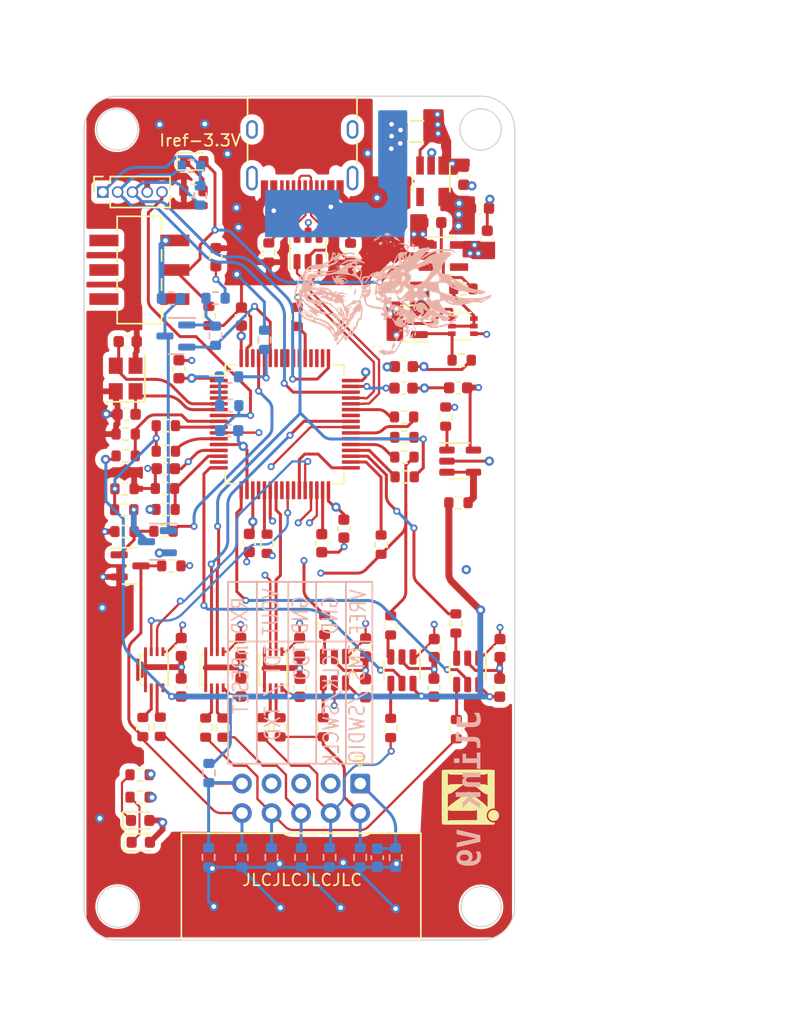
<source format=kicad_pcb>
(kicad_pcb (version 20221018) (generator pcbnew)
  (layers (0 "F.Cu" signal) (1 "In1.Cu" signal) (2 "In2.Cu" signal) (31 "B.Cu" signal) (34 "B.Paste" user) (35 "F.Paste" user) (36 "B.SilkS" user "B.Silkscreen") (37 "F.SilkS" user "F.Silkscreen") (38 "B.Mask" user) (39 "F.Mask" user) (44 "Edge.Cuts" user))
  (net 0 "")
  (net 1 "/MCU_RST")
  (net 2 "GND")
  (net 3 "Net-(U1-PH0)")
  (net 4 "Net-(U1-PH1)")
  (net 5 "Net-(U1-VCAP_1)")
  (net 6 "Net-(U1-VCAP_2)")
  (net 7 "+5V")
  (net 8 "+3.3V")
  (net 9 "IREF3V3pwr")
  (net 10 "Net-(F1-Pad1)")
  (net 11 "Net-(J1-CC1)")
  (net 12 "/STMUSB_DP")
  (net 13 "/STMUSB_DN")
  (net 15 "Net-(J1-CC2)")
  (net 18 "/STM_SWDIO")
  (net 19 "/STM_SWCLK")
  (net 20 "VCC_Ref")
  (net 21 "tVREF")
  (net 22 "Net-(D1-K)")
  (net 23 "Net-(D2-K)")
  (net 24 "tTMS")
  (net 25 "tTCK")
  (net 26 "tTDO")
  (net 27 "Vout")
  (net 28 "tTDI")
  (net 29 "Net-(Q1A-B1)")
  (net 30 "Net-(Q1B-C2)")
  (net 31 "Net-(U1-PA5)")
  (net 32 "/nDAT08")
  (net 33 "Net-(U1-PB13)")
  (net 34 "Net-(U1-BOOT0)")
  (net 35 "Net-(U1-PB15)")
  (net 36 "/nDAT11")
  (net 37 "Net-(U1-PC1)")
  (net 38 "/pADC2")
  (net 39 "Net-(U1-PC6)")
  (net 40 "Net-(U1-PC7)")
  (net 41 "Net-(U1-PC12)")
  (net 42 "Net-(U1-PC3)")
  (net 46 "/pADC1")
  (net 47 "/nCTL1")
  (net 48 "/pADC4")
  (net 50 "/nCTL3")
  (net 51 "/nCTL4")
  (net 53 "/nDAT07")
  (net 54 "/nDAT03")
  (net 56 "/nDAT12")
  (net 58 "/nDAT09")
  (net 59 "/nDAT10")
  (net 60 "/pLED2")
  (net 61 "/pLED1")
  (net 62 "/nDAT06")
  (net 63 "/nDAT05")
  (net 64 "/nDAT04")
  (net 65 "/nDAT02")
  (net 67 "/nDAT01")
  (net 76 "/nPWR")
  (net 77 "/nSRST")
  (net 81 "tRXD")
  (net 82 "NRESET")
  (net 83 "Net-(Q3-B)")
  (net 84 "Net-(Q4-G)")
  (net 85 "Net-(Q5-B)")
  (net 86 "VREF")
  (net 87 "Net-(U11--)")
  (net 88 "Net-(U5-B1)")
  (net 89 "Net-(U5-B2)")
  (net 90 "Net-(U6-B1)")
  (net 91 "Net-(U6-B2)")
  (net 92 "Net-(U7-B2)")
  (net 93 "Net-(U7-B1)")
  (net 94 "Net-(U8-A)")
  (net 95 "Net-(U9-A)")
  (net 96 "Net-(U10-A)")
  (net 97 "Net-(U8-B)")
  (net 98 "Net-(U9-B)")
  (net 99 "Net-(U10-B)")
  (net 104 "/USB_DP")
  (net 105 "/USB_DN")
  (net 106 "Net-(D3-K)")
  (net 107 "Net-(D3-A)")
  (footprint "Capacitor_SMD:C_0603_1608Metric" (layer "F.Cu") (at 89.843 90.3408 90)
    (fp_text reference "C26" hide)
    (fp_text value "100nF")
  )
  (footprint "Resistor_SMD:R_0603_1608Metric" (layer "F.Cu") (at 57.577 80.326)
    (fp_text reference "R36" hide)
    (fp_text value "4.7k")
  )
  (footprint "Capacitor_SMD:C_0603_1608Metric" (layer "F.Cu") (at 84.193 90.3408 90)
    (fp_text reference "C24" hide)
    (fp_text value "100nF")
  )
  (footprint "Capacitor_SMD:C_0603_1608Metric" (layer "F.Cu") (at 84.025 53.775)
    (fp_text reference "C8" hide)
    (fp_text value "1uF")
  )
  (footprint "Capacitor_SMD:C_0603_1608Metric" (layer "F.Cu") (at 67.577 90.251 90)
    (fp_text reference "C16" hide)
    (fp_text value "100nF")
  )
  (footprint "Capacitor_SMD:C_0603_1608Metric" (layer "F.Cu") (at 81.552 68.001)
    (fp_text reference "C5" hide)
    (fp_text value "4.7uF")
  )
  (footprint "LED_SMD:LED_0603_1608Metric" (layer "F.Cu") (at 63.575 48.525)
    (fp_text reference "D3" hide)
    (fp_text value "Green")
  )
  (footprint "Capacitor_SMD:C_0603_1608Metric" (layer "F.Cu") (at 62.452 93.726 -90)
    (fp_text reference "C21" hide)
    (fp_text value "100nF")
  )
  (footprint "Resistor_SMD:R_0603_1608Metric" (layer "F.Cu") (at 86.0934 97.306 -90)
    (fp_text reference "R33" hide)
    (fp_text value "100")
  )
  (footprint "Capacitor_SMD:C_0603_1608Metric" (layer "F.Cu") (at 88.75 55.25 90)
    (fp_text reference "C9" hide)
    (fp_text value "1uF")
  )
  (footprint "LED_SMD:LED_0603_1608Metric" (layer "F.Cu") (at 58.925 105.15)
    (fp_text reference "D1" hide)
    (fp_text value "Red")
  )
  (footprint "Capacitor_SMD:C_0603_1608Metric" (layer "F.Cu") (at 84.168 93.7408 -90)
    (fp_text reference "C25" hide)
    (fp_text value "100nF")
  )
  (footprint "Capacitor_SMD:C_0603_1608Metric" (layer "F.Cu") (at 88.125 52.55)
    (fp_text reference "C7" hide)
    (fp_text value "1uF")
  )
  (footprint "Resistor_SMD:R_0603_1608Metric" (layer "F.Cu") (at 63.5 51.05 180)
    (fp_text reference "R56" hide)
    (fp_text value "3k")
  )
  (footprint "Package_TO_SOT_SMD:SOT-23-6" (layer "F.Cu") (at 87.068 92.3408 -90)
    (fp_text reference "U10" hide)
    (fp_text value "SN74LVC1T45DBV")
  )
  (footprint "Package_TO_SOT_SMD:SOT-23-5" (layer "F.Cu") (at 86.425 74.275)
    (fp_text reference "U11" hide)
    (fp_text value "LMV321")
  )
  (footprint "Capacitor_SMD:C_0603_1608Metric" (layer "F.Cu") (at 61.127 74.926 180)
    (fp_text reference "C11" hide)
    (fp_text value "100nF")
  )
  (footprint "Library:SW_DPDT_SMD" (layer "F.Cu") (at 58.854 57.851 90)
    (fp_text reference "SW1" hide)
    (fp_text value "SW_Push_DPDT")
  )
  (footprint "Capacitor_SMD:C_0603_1608Metric" (layer "F.Cu") (at 76.427 80.076 -90)
    (fp_text reference "C30" hide)
    (fp_text value "100nF")
  )
  (footprint "Resistor_SMD:R_0603_1608Metric" (layer "F.Cu") (at 81.627 72.226)
    (fp_text reference "R9" hide)
    (fp_text value "22R")
  )
  (footprint "Resistor_SMD:R_0603_1608Metric" (layer "F.Cu") (at 64.552 97.176 -90)
    (fp_text reference "R23" hide)
    (fp_text value "470")
  )
  (footprint "Capacitor_SMD:C_0603_1608Metric" (layer "F.Cu") (at 78.293 90.2908 90)
    (fp_text reference "C22" hide)
    (fp_text value "100nF")
  )
  (footprint "Package_TO_SOT_SMD:SOT-23-6" (layer "F.Cu") (at 81.418 92.2408 -90)
    (fp_text reference "U9" hide)
    (fp_text value "SN74LVC1T45DBV")
  )
  (footprint "Resistor_SMD:R_0603_1608Metric" (layer "F.Cu") (at 59.152 97.126 -90)
    (fp_text reference "R26" hide)
    (fp_text value "470")
  )
  (footprint "Package_SO:VSSOP-8_2.4x2.1mm_P0.5mm" (layer "F.Cu") (at 65.302 92.201 -90)
    (fp_text reference "U5" hide)
    (fp_text value "SN74LVC2T45DCUR")
  )
  (footprint "Capacitor_SMD:C_0603_1608Metric" (layer "F.Cu") (at 57.752 70.251)
    (fp_text reference "C3" hide)
    (fp_text value "10pF")
  )
  (footprint "Capacitor_SMD:C_0603_1608Metric" (layer "F.Cu") (at 67.577 93.726 -90)
    (fp_text reference "C17" hide)
    (fp_text value "100nF")
  )
  (footprint "Resistor_SMD:R_0603_1608Metric" (layer "F.Cu") (at 61.602 83.276)
    (fp_text reference "R37" hide)
    (fp_text value "10k")
  )
  (footprint "Resistor_SMD:R_0603_1608Metric" (layer "F.Cu") (at 61.052 76.626)
    (fp_text reference "R44" hide)
    (fp_text value "10k")
  )
  (footprint "Capacitor_SMD:C_0603_1608Metric" (layer "F.Cu") (at 86.25 67.975 180)
    (fp_text reference "C15" hide)
    (fp_text value "100nF")
  )
  (footprint "Package_TO_SOT_SMD:SOT-23-6" (layer "F.Cu") (at 75.618 92.2033 -90)
    (fp_text reference "U8" hide)
    (fp_text value "SN74LVC1T45DBV")
  )
  (footprint "Capacitor_SMD:C_0603_1608Metric" (layer "F.Cu") (at 74.527 81.326 -90)
    (fp_text reference "C4" hide)
    (fp_text value "4.7uF")
  )
  (footprint "Capacitor_SMD:C_0603_1608Metric" (layer "F.Cu") (at 78.293 93.7908 -90)
    (fp_text reference "C23" hide)
    (fp_text value "100nF")
  )
  (footprint "Connector_IDC:IDC-Header_2x05_P2.54mm_Horizontal" (layer "F.Cu") (at 77.832 101.9785 -90)
    (fp_text reference "J3" hide)
    (fp_text value "Conn_JTAG_SWD_10_szm")
  )
  (footprint "Resistor_SMD:R_0603_1608Metric" (layer "F.Cu") (at 61.102 78.426 180)
    (fp_text reference "R43" hide)
    (fp_text value "10k")
  )
  (footprint "Resistor_SMD:R_0603_1608Metric" (layer "F.Cu") (at 69.827 81.376 -90)
    (fp_text reference "R1" hide)
    (fp_text value "22R")
  )
  (footprint "Resistor_SMD:R_0603_1608Metric" (layer "F.Cu") (at 79.627 81.451 -90)
    (fp_text reference "R3" hide)
    (fp_text value "22R")
  )
  (footprint "Package_TO_SOT_SMD:SOT-363_SC-70-6" (layer "F.Cu") (at 86.65 62.675)
    (fp_text reference "Q1" hide)
    (fp_text value "MMDT3608")
  )
  (footprint "Capacitor_SMD:C_0603_1608Metric" (layer "F.Cu") (at 67.627 61.851 90)
    (fp_text reference "C14" hide)
    (fp_text value "100nF")
  )
  (footprint "Resistor_SMD:R_0603_1608Metric" (layer "F.Cu") (at 81.652 75.626)
    (fp_text reference "R5" hide)
    (fp_text value "22R")
  )
  (footprint "Resistor_SMD:R_0603_1608Metric" (layer "F.Cu") (at 69.452 97.151 -90)
    (fp_text reference "R25" hide)
    (fp_text value "470")
  )
  (footprint "Capacitor_SMD:C_0603_1608Metric" (layer "F.Cu") (at 57.852 64.001 180)
    (fp_text reference "C2" hide)
    (fp_text value "10pF")
  )
  (footprint "LED_SMD:LED_0603_1608Metric" (layer "F.Cu") (at 58.975 107.025)
    (fp_text reference "D2" hide)
    (fp_text value "Green")
  )
  (footprint "Resistor_SMD:R_0603_1608Metric" (layer "F.Cu") (at 57.677 73.826 180)
    (fp_text reference "R41" hide)
    (fp_text value "10k")
  )
  (footprint "Resistor_SMD:R_0603_1608Metric" (layer "F.Cu") (at 60.927 80.301 180)
    (fp_text reference "R35" hide)
    (fp_text value "4.7k")
  )
  (footprint "Resistor_SMD:R_0603_1608Metric" (layer "F.Cu") (at 81.627 73.926)
    (fp_text reference "R8" hide)
    (fp_text value "22R")
  )
  (footprint "Capacitor_SMD:C_0603_1608Metric" (layer "F.Cu") (at 62.452 90.251 90)
    (fp_text reference "C20" hide)
    (fp_text value "100nF")
  )
  (footprint "Resistor_SMD:R_0603_1608Metric" (layer "F.Cu") (at 85.175 70.45 -90)
    (fp_text reference "R20" hide)
    (fp_text value "2k")
  )
  (footprint "Resistor_SMD:R_0603_1608Metric" (layer "F.Cu") (at 72.425 61.875 90)
    (fp_text reference "R10" hide)
    (fp_text value "22R")
  )
  (footprint "Crystal:Crystal_SMD_3225-4Pin_3.2x2.5mm" (layer "F.Cu") (at 57.677 67.176 90)
    (fp_text reference "Y1" hide)
    (fp_text value "Crystal_GND24_12MHz")
  )
  (footprint "Resistor_SMD:R_0603_1608Metric" (layer "F.Cu") (at 69.977 56.351 90)
    (fp_text reference "R12" hide)
    (fp_text value "5.1k")
  )
  (footprint "Resistor_SMD:R_0603_1608Metric" (layer "F.Cu") (at 61.127 73.426 180)
    (fp_text reference "R11" hide)
    (fp_text value "22R")
  )
  (footprint "Resistor_SMD:R_0603_1608Metric" (layer "F.Cu") (at 81.602 70.476)
    (fp_text reference "R34" hide)
    (fp_text value "470")
  )
  (footprint "Resistor_SMD:R_0603_1608Metric" (layer "F.Cu") (at 70.952 97.151 -90)
    (fp_text reference "R24" hide)
    (fp_text value "470")
  )
  (footprint "Resistor_SMD:R_0603_1608Metric" (layer "F.Cu") (at 57.677 71.951)
    (fp_text reference "R42" hide)
    (fp_text value "10k")
  )
  (footprint "Package_TO_SOT_SMD:SOT-23-5_HandSoldering" (layer "F.Cu") (at 84.975 56.65)
    (fp_text reference "U4" hide)
    (fp_text value "RT9013")
  )
  (footprint "Resistor_SMD:R_0603_1608Metric" (layer "F.Cu") (at 66.027 97.176 -90)
    (fp_text reference "R22" hide)
    (fp_text value "100")
  )
  (footprint "Resistor_SMD:R_0603_1608Metric" (layer "F.Cu") (at 57.552 78.451)
    (fp_text reference "R45" hide)
    (fp_text value "10k")
  )
  (footprint "Resistor_SMD:R_0603_1608Metric" (layer "F.Cu") (at 60.652 97.101 -90)
    (fp_text reference "R27" hide)
    (fp_text value "470")
  )
  (footprint "Capacitor_SMD:C_0603_1608Metric" (layer "F.Cu") (at 72.652 93.751 -90)
    (fp_text reference "C19" hide)
    (fp_text value "100nF")
  )
  (footprint "Package_SO:VSSOP-8_2.4x2.1mm_P0.5mm" (layer "F.Cu") (at 60.127 92.201 -90)
    (fp_text reference "U7" hide)
    (fp_text value "SN74LVC2T45DCUR")
  )
  (footprint "Symbol:KiCad-Logo2_5mm_SilkScreen" (layer "F.Cu") (at 87.161776 103.060606 -90)
    (fp_text reference "REF**" hide)
    (fp_text value "KiCad-Logo2_5mm_SilkScreen" hide)
  )
  (footprint "Package_TO_SOT_SMD:SOT-23" (layer "F.Cu") (at 81.975 62.45 180)
    (fp_text reference "Q2" hide)
    (fp_text value "YJL2305")
  )
  (footprint "Resistor_SMD:R_0603_1608Metric" (layer "F.Cu") (at 86.05 88.226 -90)
    (fp_text reference "R30" hide)
    (fp_text value "470")
  )
  (footprint "Package_TO_SOT_SMD:SOT-23-6" (layer "F.Cu") (at 73.352 56.001 90)
    (fp_text reference "U2" hide)
    (fp_text value "USBLC6-2SC6")
  )
  (footprint "Resistor_SMD:R_0603_1608Metric" (layer "F.Cu") (at 64.825 61.8 90)
    (fp_text reference "R55" hide)
    (fp_text value "10k")
  )
  (footprint "Capacitor_SMD:C_0603_1608Metric" (layer "F.Cu") (at 68.302 81.301 -90)
    (fp_text reference "C13" hide)
    (fp_text value "100nF")
  )
  (footprint "Package_TO_SOT_SMD:SOT-23" (layer "F.Cu") (at 58.052 83.276)
    (fp_text reference "Q3" hide)
    (fp_text value "s8050-j3y")
  )
  (footprint "Capacitor_SMD:C_0603_1608Metric" (layer "F.Cu") (at 65.427 56.751 90)
    (fp_text reference "C10" hide)
    (fp_text value "4.7uF")
  )
  (footprint "Resistor_SMD:R_0603_1608Metric" (layer "F.Cu") (at 58.875 103.15)
    (fp_text reference "R19" hide)
    (fp_text value "3k")
  )
  (footprint "Connector_PinSocket_1.27mm:PinSocket_1x05_P1.27mm_Vertical" (layer "F.Cu") (at 55.717 51.151 90)
    (fp_text reference "J2" hide)
    (fp_text value "MCU-SWD")
  )
  (footprint "Capacitor_SMD:C_0603_1608Metric" (layer "F.Cu") (at 86.725 49.75 -90)
    (fp_text reference "C6" hide)
    (fp_text value "1uF")
  )
  (footprint "Fuse:Fuse_1206_3216Metric_Pad1.42x1.75mm_HandSolder" (layer "F.Cu") (at 82.675 45.95)
    (fp_text reference "F1" hide)
    (fp_text value "Fuse 500mA 6V")
  )
  (footprint "Package_SO:VSSOP-8_2.4x2.1mm_P0.5mm" (layer "F.Cu") (at 70.352 92.201 -90)
    (fp_text reference "U6" hide)
    (fp_text value "SN74LVC2T45DCUR")
  )
  (footprint "Resistor_SMD:R_0603_1608Metric" (layer "F.Cu") (at 86.7 59.475)
    (fp_text reference "R16" hide)
    (fp_text value "47k")
  )
  (footprint "Resistor_SMD:R_0603_1608Metric" (layer "F.Cu") (at 86.275 77.85 180)
    (fp_text reference "R21" hide)
    (fp_text value "5.1")
  )
  (footprint "Resistor_SMD:R_0603_1608Metric" (layer "F.Cu") (at 58.875 101.225)
    (fp_text reference "R18" hide)
    (fp_text value "3k")
  )
  (footprint "Package_TO_SOT_SMD:SOT-23-5_HandSoldering" (layer "F.Cu") (at 83.925 50.225 -90)
    (fp_text reference "U3" hide)
    (fp_text value "RT9013")
  )
  (footprint "Capacitor_SMD:C_0603_1608Metric" (layer "F.Cu") (at 89.818 93.7408 -90)
    (fp_text reference "C27" hide)
    (fp_text value "100nF")
  )
  (footprint "Resistor_SMD:R_0603_1608Metric" (layer "F.Cu") (at 61.127 71.226 180)
    (fp_text reference "R7" hide)
    (fp_text value "22R")
  )
  (footprint "Connector_USB:USB_C_Receptacle_HRO_TYPE-C-31-M-12" (layer "F.Cu") (at 72.852 46.826 180)
    (fp_text reference "J1" hide)
    (fp_text value "USB_C_Receptacle_USB2.0")
  )
  (footprint "Capacitor_SMD:C_0603_1608Metric" (layer "F.Cu") (at 62.252 66.376 90)
    (fp_text reference "C29" hide)
    (fp_text value "100nF")
  )
  (footprint "Resistor_SMD:R_0603_1608Metric" (layer "F.Cu") (at 74.6498 97.1435 -90)
    (fp_text reference "R31" hide)
    (fp_text value "100")
  )
  (footprint "Resistor_SMD:R_0603_1608Metric" (layer "F.Cu") (at 57.577 76.651 180)
    (fp_text reference "R46" hide)
    (fp_text value "10k")
  )
  (footprint "Resistor_SMD:R_0603_1608Metric" (layer "F.Cu") (at 77.002 56.376 -90)
    (fp_text reference "R13" hide)
    (fp_text value "5.1k")
  )
  (footprint "Resistor_SMD:R_0603_1608Metric" (layer "F.Cu") (at 74.768 88.3533 -90)
    (fp_text reference "R28" hide)
    (fp_text value "470")
  )
  (footprint "Capacitor_SMD:C_0603_1608Metric" (layer "F.Cu") (at 72.627 90.251 90)
    (fp_text reference "C18" hide)
    (fp_text value "100nF")
  )
  (footprint "Resistor_SMD:R_0603_1608Metric" (layer "F.Cu") (at 86.55 65.6)
    (fp_text reference "R17" hide)
    (fp_text value "10k")
  )
  (footprint "Package_QFP:LQFP-64_10x10mm_P0.5mm" (layer "F.Cu") (at 71.352 71.101)
    (fp_text reference "U1" hide)
    (fp_text value "STM32F205RETx")
  )
  (footprint "Capacitor_SMD:C_0603_1608Metric" (layer "F.Cu") (at 81.577 66.151)
    (fp_text reference "C12" hide)
    (fp_text value "100nF")
  )
  (footprint "Resistor_SMD:R_0603_1608Metric" (layer "F.Cu") (at 80.447 88.3886 -90)
    (fp_text reference "R29" hide)
    (fp_text value "470")
  )
  (footprint "Resistor_SMD:R_0603_1608Metric" (layer "F.Cu") (at 80.4482 97.2056 -90)
    (fp_text reference "R32" hide)
    (fp_text value "100")
  )
  (footprint "Resistor_SMD:R_0603_1608Metric" (layer "B.Cu") (at 61.575 60.3 180)
    (fp_text reference "R38" hide)
    (fp_text value "10k")
  )
  (footprint "Resistor_SMD:R_0603_1608Metric" (layer "B.Cu") (at 65.4 63.5 90)
    (fp_text reference "R40" hide)
    (fp_text value "4.7k")
  )
  (footprint "Package_TO_SOT_SMD:SOT-23" (layer "B.Cu") (at 60.4 81.2 180)
    (fp_text reference "Q4" hide)
    (fp_text value "YJL2305")
  )
  (footprint "Resistor_SMD:R_0603_1608Metric" (layer "B.Cu") (at 80.877 108.351 90)
    (fp_text reference "R52" hide)
    (fp_text value "220k")
  )
  (footprint "Resistor_SMD:R_0603_1608Metric" (layer "B.Cu") (at 67.652 108.326 90)
    (fp_text reference "R47" hide)
    (fp_text value "220k")
  )
  (footprint "Resistor_SMD:R_0603_1608Metric" (layer "B.Cu") (at 75.202 108.326 90)
    (fp_text reference "R48" hide)
    (fp_text value "220k")
  )
  (footprint "Capacitor_SMD:C_0603_1608Metric" (layer "B.Cu") (at 66.577 71.651)
    (fp_text reference "C1" hide)
    (fp_text value "100nF")
  )
  (footprint "Capacitor_SMD:C_0603_1608Metric" (layer "B.Cu") (at 79.3 108.35 90)
    (fp_text reference "C28" hide)
    (fp_text value "100nF")
  )
  (footprint "Resistor_SMD:R_0603_1608Metric" (layer "B.Cu") (at 77.827 108.326 90)
    (fp_text reference "R49" hide)
    (fp_text value "220k")
  )
  (footprint "Resistor_SMD:R_0603_1608Metric" (layer "B.Cu") (at 66.552 67.026)
    (fp_text reference "R4" hide)
    (fp_text value "10k")
  )
  (footprint "Package_TO_SOT_SMD:SOT-23" (layer "B.Cu") (at 61.9875 63.525 180)
    (fp_text reference "Q5" hide)
    (fp_text value "s8050-j3y")
  )
  (footprint "Resistor_SMD:R_0603_1608Metric" (layer "B.Cu") (at 66.577 69.501)
    (fp_text reference "R2" hide)
    (fp_text value "10k")
  )
  (footprint "Resistor_SMD:R_0603_1608Metric" (layer "B.Cu") (at 64.802 108.326 90)
    (fp_text reference "R53" hide)
    (fp_text value "220k")
  )
  (footprint "Resistor_SMD:R_0603_1608Metric" (layer "B.Cu") (at 65.4 60.275 180)
    (fp_text reference "R39" hide)
    (fp_text value "4.7k")
  )
  (footprint "Resistor_SMD:R_0603_1608Metric" (layer "B.Cu") (at 64.825 101.075 90)
    (fp_text reference "R54" hide)
    (fp_text value "10k")
  )
  (footprint "Resistor_SMD:R_0603_1608Metric" (layer "B.Cu") (at 69.602 63.851 90)
    (fp_text reference "R6" hide)
    (fp_text value "10k")
  )
  (footprint "Resistor_SMD:R_0603_1608Metric" (layer "B.Cu") (at 63.3 48.925 180)
    (fp_text reference "R14" hide)
    (fp_text value "10k")
  )
  (footprint "Resistor_SMD:R_0603_1608Metric" (layer "B.Cu") (at 70.202 108.326 90)
    (fp_text reference "R51" hide)
    (fp_text value "220k")
  )
  (footprint "LOGO" (layer "B.Cu") (at 80.588098 59.770599 -90)
    (fp_text reference "G***")
    (fp_text value "LOGO" hide)
  )
  (footprint "Resistor_SMD:R_0603_1608Metric" (layer "B.Cu") (at 72.752 108.326 90)
    (fp_text reference "R50" hide)
    (fp_text value "220k")
  )
  (footprint "Resistor_SMD:R_0603_1608Metric" (layer "B.Cu") (at 64.077 51.451 -90)
    (fp_text reference "R15" hide)
    (fp_text value "10k")
  )
  (gr_line (start 66.475 89.775) (end 78.875 89.775) (stroke (width 0.15)) (layer "B.SilkS"))
  (gr_line (start 71.65 84.7) (end 71.65 100.225) (stroke (width 0.15)) (layer "B.SilkS"))
  (gr_line (start 74.05 84.65) (end 74.05 100.175) (stroke (width 0.15)) (layer "B.SilkS"))
  (gr_line (start 76.6 84.65) (end 76.6 100.175) (stroke (width 0.15)) (layer "B.SilkS"))
  (gr_rect (start 66.475 84.65) (end 78.875 100.275) (stroke (width 0.15)) (fill none) (layer "B.SilkS"))
  (gr_line (start 68.95 84.65) (end 68.95 100.175) (stroke (width 0.15)) (layer "B.SilkS"))
  (gr_circle (center 88.227 112.551) (end 86.5 112.525) (stroke (width 0.1)) (fill none) (layer "Edge.Cuts"))
  (gr_circle (center 57.002 112.551) (end 55.225 112.55) (stroke (width 0.1)) (fill none) (layer "Edge.Cuts"))
  (gr_arc (start 56.950008 115.424) (mid 54.935395 114.589318) (end 54.1 112.575) (stroke (width 0.1)) (layer "Edge.Cuts"))
  (gr_line (start 88.25 115.425) (end 56.950008 115.424) (stroke (width 0.1)) (layer "Edge.Cuts"))
  (gr_arc (start 88.260386 42.915318) (mid 90.274999 43.75) (end 91.110394 45.764318) (stroke (width 0.1)) (layer "Edge.Cuts"))
  (gr_line (start 91.110394 45.764318) (end 91.099 112.574992) (stroke (width 0.1)) (layer "Edge.Cuts"))
  (gr_arc (start 54.101 45.775009) (mid 54.935682 43.760395) (end 56.95 42.925001) (stroke (width 0.1)) (layer "Edge.Cuts"))
  (gr_circle (center 88.177 45.776) (end 86.4 45.776) (stroke (width 0.1)) (fill none) (layer "Edge.Cuts"))
  (gr_line (start 54.1 112.575) (end 54.101 45.775009) (stroke (width 0.1)) (layer "Edge.Cuts"))
  (gr_arc (start 91.099 112.574992) (mid 90.264318 114.589605) (end 88.25 115.425) (stroke (width 0.1)) (layer "Edge.Cuts"))
  (gr_circle (center 56.952 45.776) (end 55.175 45.8) (stroke (width 0.1)) (fill none) (layer "Edge.Cuts"))
  (gr_line (start 56.95 42.925001) (end 88.260386 42.915318) (stroke (width 0.1)) (layer "Edge.Cuts"))
  (gr_text "Jlink V9" (at 88.5 95.75 90) (layer "B.SilkS") (effects (font (size 2 2) (thickness 0.3) bold) (justify left bottom mirror)))
  (gr_text "TDO" (at 73.575 89.95 90) (layer "B.SilkS") (effects (font (size 1.3 1.1)) (justify left bottom mirror)))
  (gr_text "TMS /SWDIO" (at 78.325 89.95 90) (layer "B.SilkS") (effects (font (size 1.3 1.1)) (justify left bottom mirror)))
  (gr_text "GND" (at 76 85.754762 90) (layer "B.SilkS") (effects (font (size 1.3 1.1)) (justify left bottom mirror)))
  (gr_text "RXD" (at 68.25 85.85 90) (layer "B.SilkS") (effects (font (size 1.3 1.1)) (justify left bottom mirror)))
  (gr_text "VOUT" (at 70.9 85.088095 90) (layer "B.SilkS") (effects (font (size 1.3 1.1)) (justify left bottom mirror)))
  (gr_text "TCLK/SWCLK" (at 76.1 89.95 90) (layer "B.SilkS") (effects (font (size 1.3 1.1)) (justify left bottom mirror)))
  (gr_text "TDI / TXD" (at 71.075 89.95 90) (layer "B.SilkS") (effects (font (size 1.3 1.1)) (justify left bottom mirror)))
  (gr_text "nRESET" (at 68.325 89.95 90) (layer "B.SilkS") (effects (font (size 1.3 1.1)) (justify left bottom mirror)))
  (gr_text "VREF" (at 78.425 85.183333 90) (layer "B.SilkS") (effects (font (size 1.3 1.1)) (justify left bottom mirror)))
  (gr_text "GND" (at 73.45 85.754762 90) (layer "B.SilkS") (effects (font (size 1.3 1.1)) (justify left bottom mirror)))
  (gr_text "Iref-3.3V" (at 60.475 47.3) (layer "F.SilkS") (effects (font (size 1 1)) (justify left bottom)))
  (gr_text "JLCJLCJLCJLC" (at 67.6 110.85) (layer "F.SilkS") (effects (font (size 1 1)) (justify left bottom)))
  (segment (start 60.797 51.753) (end 60.797 51.151) (width 0.254) (layer "F.Cu") (net 1))
  (segment (start 63.725 63.575) (end 62.35 63.575) (width 0.254) (layer "F.Cu") (net 1))
  (segment (start 68.402 68.252) (end 63.725 63.575) (width 0.254) (layer "F.Cu") (net 1))
  (segment (start 62.35 63.575) (end 59.917893 61.142893) (width 0.254) (layer "F.Cu") (net 1))
  (segment (start 68.402 70.351) (end 68.402 68.252) (width 0.254) (layer "F.Cu") (net 1))
  (segment (start 59.625 52.925) (end 60.797 51.753) (width 0.254) (layer "F.Cu") (net 1))
  (segment (start 68.402 70.351) (end 65.677 70.351) (width 0.254) (layer "F.Cu") (net 1))
  (segment (start 59.625 60.435786) (end 59.625 52.925) (width 0.254) (layer "F.Cu") (net 1))
  (via (at 68.402 70.351) (size 0.61) (drill 0.31) (layers "F.Cu" "B.Cu") (net 1))
  (arc (start 59.625 60.435786) (mid 59.70112 60.818469) (end 59.917893 61.142893) (width 0.254) (layer "F.Cu") (net 1))
  (segment (start 67.077 70.376) (end 65.802 71.651) (width 0.254) (layer "B.Cu") (net 1))
  (segment (start 68.402 70.351) (end 68.377 70.376) (width 0.254) (layer "B.Cu") (net 1))
  (segment (start 68.402 70.351) (end 67.402 70.351) (width 0.254) (layer "B.Cu") (net 1))
  (segment (start 67.402 70.351) (end 67.402 69.501) (width 0.254) (layer "B.Cu") (net 1))
  (segment (start 68.377 70.376) (end 67.077 70.376) (width 0.254) (layer "B.Cu") (net 1))
  (segment (start 86.725 50.525) (end 87.325 50.525) (width 0.254) (layer "F.Cu") (net 2))
  (segment (start 86.573 66.402) (end 83.553 66.402) (width 0.254) (layer "F.Cu") (net 2))
  (segment (start 84.193 92.1658) (end 84.193 91.1158) (width 0.5) (layer "F.Cu") (net 2))
  (segment (start 56.952 70.226) (end 56.977 70.251) (width 0.254) (layer "F.Cu") (net 2))
  (segment (start 58.402 76.651) (end 58.427 76.626) (width 0.254) (layer "F.Cu") (net 2))
  (segment (start 86.55 58.5) (end 84.975 58.5) (width 0.254) (layer "F.Cu") (net 2))
  (segment (start 56.852 71.951) (end 56.852 70.376) (width 0.254) (layer "F.Cu") (net 2))
  (segment (start 62.477 91.976) (end 59.377 91.976) (width 0.5) (layer "F.Cu") (net 2))
  (segment (start 89.843 91.1158) (end 89.843 92.0408) (width 0.5) (layer "F.Cu") (net 2))
  (segment (start 87.068 91.2033) (end 87.068 91.59038) (width 0.254) (layer "F.Cu") (net 2))
  (segment (start 68.077 82.301) (end 68.302 82.076) (width 0.254) (layer "F.Cu") (net 2))
  (segment (start 87.375 65.6) (end 86.573 66.402) (width 0.254) (layer "F.Cu") (net 2))
  (segment (start 63.352 65.626) (end 62.277 65.626) (width 0.254) (layer "F.Cu") (net 2))
  (segment (start 89.843 92.0908) (end 89.843 92.9408) (width 0.5) (layer "F.Cu") (net 2))
  (segment (start 83.925 47.8245) (end 83.975 47.7745) (width 0.25) (layer "F.Cu") (net 2))
  (segment (start 75.977 82.101) (end 76.452 81.626) (width 0.254) (layer "F.Cu") (net 2))
  (segment (start 64.552 90.651) (end 64.552 92.026) (width 0.254) (layer "F.Cu") (net 2))
  (segment (start 69.602 51.626) (end 68.802 52.426) (width 0.5) (layer "F.Cu") (net 2))
  (segment (start 89.818 92.0658) (end 89.843 92.0908) (width 0.5) (layer "F.Cu") (net 2))
  (segment (start 67.577 91.026) (end 67.577 92.001) (width 0.5) (layer "F.Cu") (net 2))
  (segment (start 84.975 58.5) (end 84.975 56.925) (width 0.254) (layer "F.Cu") (net 2))
  (segment (start 64.552 92.026) (end 64.552 93.751) (width 0.254) (layer "F.Cu") (net 2))
  (segment (start 78.293 92.2658) (end 78.293 91.0658) (width 0.5) (layer "F.Cu") (net 2))
  (segment (start 84.193 92.1658) (end 84.12 92.0928) (width 0.254) (layer "F.Cu") (net 2))
  (segment (start 75.618 91.45288) (end 75.618 91.0658) (width 0.254) (layer "F.Cu") (net 2))
  (segment (start 76.427 80.851) (end 76.427 81.601) (width 0.254) (layer "F.Cu") (net 2))
  (segment (start 67.627 72.851) (end 67.777 73.001) (width 0.254) (layer "F.Cu") (net 2))
  (segment (start 72.627 92.051) (end 72.627 91.026) (width 0.5) (layer "F.Cu") (net 2))
  (segment (start 88.75 54.475) (end 88.75 52.7) (width 0.25) (layer "F.Cu") (net 2))
  (segment (start 57.1145 84.226) (end 55.727 84.226) (width 0.254) (layer "F.Cu") (net 2))
  (segment (start 85.475 67.975) (end 83.378 67.975) (width 0.254) (layer "F.Cu") (net 2))
  (segment (start 68.077 82.926) (end 68.077 82.301) (width 0.254) (layer "F.Cu") (net 2))
  (segment (start 68.102 76.776) (end 68.102 73.326) (width 0.254) (layer "F.Cu") (net 2))
  (segment (start 85.2875 74.275) (end 88.925 74.275) (width 0.25) (layer "F.Cu") (net 2))
  (segment (start 87.325 50.525) (end 87.425 50.625) (width 0.254) (layer "F.Cu") (net 2))
  (segment (start 68.429 64.255486) (end 68.429 61.878) (width 0.254) (layer "F.Cu") (net 2))
  (segment (start 69.627 92.051) (end 69.602 92.076) (width 0.5) (layer "F.Cu") (net 2))
  (segment (start 78.293 92.2658) (end 76.43092 92.2658) (width 0.254) (layer "F.Cu") (net 2))
  (segment (start 67.627 58.626) (end 67.227 58.226) (width 0.254) (layer "F.Cu") (net 2))
  (segment (start 83.378 67.975) (end 83.352 68.001) (width 0.254) (layer "F.Cu") (net 2))
  (segment (start 88.777 52.273) (end 88.777 52.427) (width 0.5) (layer "F.Cu") (net 2))
  (segment (start 67.577 92.001) (end 64.577 92.001) (width 0.5) (layer "F.Cu") (net 2))
  (segment (start 74.527 82.101) (end 75.977 82.101) (width 0.254) (layer "F.Cu") (net 2))
  (segment (start 59.377 93.751) (end 59.377 91.976) (width 0.254) (layer "F.Cu") (net 2))
  (segment (start 56.977 70.251) (end 56.977 68.426) (width 0.254) (layer "F.Cu") (net 2))
  (segment (start 59.377 91.976) (end 59.377 90.651) (width 0.254) (layer "F.Cu") (net 2))
  (segment (start 87.068 91.59038) (end 87.74342 92.2658) (width 0.254) (layer "F.Cu") (net 2))
  (segment (start 56.752 80.326) (end 55.877 80.326) (width 0.254) (layer "F.Cu") (net 2))
  (segment (start 56.977 68.426) (end 56.827 68.276) (width 0.254) (layer "F.Cu") (net 2))
  (segment (start 76.102 50.871) (end 76.102 51.376) (width 0.5) (layer "F.Cu") (net 2))
  (segment (start 88.798 52.448) (end 88.9 52.55) (width 0.5) (layer "F.Cu") (net 2))
  (segment (start 62.452 91.026) (end 62.452 91.951) (width 0.5) (layer "F.Cu") (net 2))
  (segment (start 83.553 66.402) (end 83.302 66.151) (width 0.254) (layer "F.Cu") (net 2))
  (segment (start 62.277 65.626) (end 62.252 65.601) (width 0.254) (layer "F.Cu") (net 2))
  (segment (start 66.078 62.625) (end 67.627 61.076) (width 0.25) (layer "F.Cu") (net 2))
  (segment (start 72.627 92.051) (end 72.627 92.951) (width 0.5) (layer "F.Cu") (net 2))
  (segment (start 83.925 48.875) (end 83.925 47.8245) (width 0.25) (layer "F.Cu") (net 2))
  (segment (start 84.975 56.925) (end 84.7 56.65) (width 0.254) (layer "F.Cu") (net 2))
  (segment (start 56.852 70.376) (end 56.977 70.251) (width 0.254) (layer "F.Cu") (net 2))
  (segment (start 69.602 92.076) (end 69.602 93.751) (width 0.254) (layer "F.Cu") (net 2))
  (segment (start 73.352 57.1385) (end 73.352 56.75142) (width 0.254) (layer "F.Cu") (net 2))
  (segment (start 76.43092 92.2658) (end 75.618 91.45288) (width 0.254) (layer "F.Cu") (net 2))
  (segment (start 68.102 64.582486) (end 68.429 64.255486) (width 0.254) (layer "F.Cu") (net 2))
  (segment (start 58.527 64.101) (end 58.627 64.001) (width 0.254) (layer "F.Cu") (net 2))
  (segment (start 72.627 92.951) (end 72.652 92.976) (width 0.5) (layer "F.Cu") (net 2))
  (segment (start 73.352 56.75142) (end 73.95442 56.149) (width 0.254) (layer "F.Cu") (net 2))
  (segment (start 84.8 56.75) (end 84.975 56.925) (width 0.25) (layer "F.Cu") (net 2))
  (segment (start 84.8 53.775) (end 84.8 56.75) (width 0.25) (layer "F.Cu") (net 2))
  (segment (start 89.843 92.9408) (end 89.818 92.9658) (width 0.5) (layer "F.Cu") (net 2))
  (segment (start 88.777 52.448) (end 88.798 52.448) (width 0.5) (layer "F.Cu") (net 2))
  (segment (start 76.427 81.601) (end 76.452 81.626) (width 0.254) (layer "F.Cu") (net 2))
  (segment (start 68.429 61.878) (end 67.627 61.076) (width 0.254) (layer "F.Cu") (net 2))
  (segment (start 84.193 92.9408) (end 84.168 92.9658) (width 0.5) (layer "F.Cu") (net 2))
  (segment (start 89.618 92.2658) (end 89.818 92.0658) (width 0.254) (layer "F.Cu") (net 2))
  (segment (start 64.825 62.625) (end 66.078 62.625) (width 0.25) (layer "F.Cu") (net 2))
  (segment (start 69.602 50.871) (end 69.602 51.626) (width 0.5) (layer "F.Cu") (net 2))
  (segment (start 88.777 51.973) (end 88.975 51.775) (width 0.254) (layer "F.Cu") (net 2))
  (segment (start 83.352 68.001) (end 82.327 68.001) (width 0.254) (layer "F.Cu") (net 2))
  (segment (start 69.602 90.651) (end 69.602 92.076) (width 0.254) (layer "F.Cu") (net 2))
  (segment (start 76.102 51.376) (end 76.977 52.251) (width 0.6) (layer "F.Cu") (net 2))
  (segment (start 88.777 52.427) (end 88.777 51.973) (width 0.254) (layer "F.Cu") (net 2))
  (segment (start 84.12 92.0928) (end 82.02042 92.0928) (width 0.254) (layer "F.Cu") (net 2))
  (segment (start 68.102 65.426) (end 68.102 64.582486) (width 0.254) (layer "F.Cu") (net 2))
  (segment (start 84.7 56.65) (end 83.625 56.65) (width 0.254) (layer "F.Cu") (net 2))
  (segment (start 60.227 75.051) (end 60.352 74.926) (width 0.254) (layer "F.Cu") (net 2))
  (segment (start 62.452 92.001) (end 62.452 92.951) (width 0.5) (layer "F.Cu") (net 2))
  (segment (start 58.427 76.626) (end 60.227 76.626) (width 0.254) (layer "F.Cu") (net 2))
  (segment (start 65.677 72.851) (end 67.627 72.851) (width 0.254) (layer "F.Cu") (net 2))
  (segment (start 67.627 61.076) (end 67.627 58.626) (width 0.254) (layer "F.Cu") (net 2))
  (segment (start 64.577 92.001) (end 64.552 92.026) (width 0.5) (layer "F.Cu") (net 2))
  (segment (start 81.418 91.49038) (end 81.418 91.1033) (width 0.254) (layer "F.Cu") (net 2))
  (segment (start 68.102 73.326) (end 67.777 73.001) (width 0.254) (layer "F.Cu") (net 2))
  (segment (start 62.452 91.951) (end 62.477 91.976) (width 0.5) (layer "F.Cu") (net 2))
  (segment (start 62.477 91.976) (end 62.452 92.001) (width 0.5) (layer "F.Cu") (net 2))
  (segment (start 56.002 70.226) (end 56.952 70.226) (width 0.254) (layer "F.Cu") (net 2))
  (segment (start 83.625 56.65) (end 81.1 56.65) (width 0.6) (layer "F.Cu") (net 2))
  (segment (start 82.02042 92.0928) (end 81.418 91.49038) (width 0.254) (layer "F.Cu") (net 2))
  (segment (start 59.577 74.901) (end 60.327 74.901) (width 0.254) (layer "F.Cu") (net 2))
  (segment (start 58.527 66.076) (end 58.527 64.101) (width 0.254) (layer "F.Cu") (net 2))
  (segment (start 78.293 92.2658) (end 78.293 93.0158) (width 0.5) (layer "F.Cu") (net 2))
  (segment (start 81.1 56.65) (end 80.775 56.975) (width 0.6) (layer "F.Cu") (net 2))
  (segment (start 73.95442 56.149) (end 75.95 56.149) (width 0.254) (layer "F.Cu") (net 2))
  (segment (start 88.75 52.7) (end 88.9 52.55) (width 0.25) (layer "F.Cu") (net 2))
  (segment (start 84.193 92.1658) (end 84.193 92.9408) (width 0.5) (layer "F.Cu") (net 2))
  (segment (start 89.843 92.0408) (end 89.818 92.0658) (width 0.5) (layer "F.Cu") (net 2))
  (segment (start 60.327 74.901) (end 60.352 74.926) (width 0.254) (layer "F.Cu") (net 2))
  (segment (start 83.302 66.151) (end 82.352 66.151) (width 0.254) (layer "F.Cu") (net 2))
  (segment (start 60.227 76.626) (end 60.227 75.051) (width 0.254) (layer "F.Cu") (net 2))
  (segment (start 87.74342 92.2658) (end 89.618 92.2658) (width 0.254) (layer "F.Cu") (net 2))
  (segment (start 75.95 56.149) (end 77.002 57.201) (width 0.254) (layer "F.Cu") (net 2))
  (segment (start 72.627 92.051) (end 69.627 92.051) (width 0.5) (layer "F.Cu") (net 2))
  (segment (start 87.525 59.475) (end 86.55 58.5) (width 0.254) (layer "F.Cu") (net 2))
  (segment (start 88.777 52.427) (end 88.9 52.55) (width 0.5) (layer "F.Cu") (net 2))
  (segment (start 67.577 92.001) (end 67.577 92.951) (width 0.5) (layer "F.Cu") (net 2))
  (via (at 83.975 47.7745) (size 0.8) (drill 0.4) (layers "F.Cu" "B.Cu") (net 2))
  (via (at 63.352 65.626) (size 0.61) (drill 0.31) (layers "F.Cu" "B.Cu") (net 2))
  (via (at 55.45 104.975) (size 0.8) (drill 0.4) (layers "F.Cu" "B.Cu") (net 2))
  (via (at 78.293 92.2658) (size 0.61) (drill 0.31) (layers "F.Cu" "B.Cu") (net 2))
  (via (at 55.675 86.875) (size 0.8) (drill 0.4) (layers "F.Cu" "B.Cu") (net 2))
  (via (at 67.227 58.226) (size 0.8) (drill 0.4) (layers "F.Cu" "B.Cu") (net 2))
  (via (at 89.818 92.0658) (size 0.61) (drill 0.31) (layers "F.Cu" "B.Cu") (net 2))
  (via (at 70.975 112.65) (size 0.8) (drill 0.4) (layers "F.Cu" "B.Cu") (net 2))
  (via (at 87.425 50.625) (size 0.8) (drill 0.4) (layers "F.Cu" "B.Cu") (net 2))
  (via (at 68.077 82.926) (size 0.61) (drill 0.31) (layers "F.Cu" "B.Cu") (net 2))
  (via (at 59.577 74.901) (size 0.61) (drill 0.31) (layers "F.Cu" "B.Cu") (net 2))
  (via (at 72.627 92.051) (size 0.61) (drill 0.31) (layers "F.Cu" "B.Cu") (net 2))
  (via (at 64.475 45.3) (size 0.8) (drill 0.4) (layers "F.Cu" "B.Cu") (net 2))
  (via (at 55.727 84.226) (size 0.61) (drill 0.31) (layers "F.Cu" "B.Cu") (net 2))
  (via (at 80.95 108.875) (size 0.8) (drill 0.4) (layers "F.Cu" "B.Cu") (net 2))
  (via (at 67.202 52.501) (size 0.8) (drill 0.4) (layers "F.Cu" "B.Cu") (net 2))
  (via (at 66.425 47.875) (size 0.8) (drill 0.4) (layers "F.Cu" "B.Cu") (net 2))
  (via (at 56.002 70.226) (size 0.8) (drill 0.4) (layers "F.Cu" "B.Cu") (net 2))
  (via (at 67.777 73.001) (size 0.8) (drill 0.4) (layers "F.Cu" "B.Cu") (net 2))
  (via (at 76.369965 108.777266) (size 0.8) (drill 0.4) (layers "F.Cu" "B.Cu") (net 2))
  (via (at 84.193 92.1658) (size 0.61) (drill 0.31) (layers "F.Cu" "B.Cu") (net 2))
  (via (at 62.477 91.976) (size 0.61) (drill 0.31) (layers "F.Cu" "B.Cu") (net 2))
  (via (at 88.925 74.275) (size 0.8) (drill 0.4) (layers "F.Cu" "B.Cu") (net 2))
  (via (at 65.125 109.275) (size 0.8) (drill 0.4) (layers "F.Cu" "B.Cu") (net 2))
  (via (at 78.475 47.825) (size 0.8) (drill 0.4) (layers "F.Cu" "B.Cu") (net 2))
  (via (at 80.875 112.725) (size 0.8) (drill 0.4) (layers "F.Cu" "B.Cu") (net 2))
  (via (at 67.367922 54.190494) (size 0.8) (drill 0.4) (layers "F.Cu" "B.Cu") (net 2))
  (via (at 55.877 80.326) (size 0.61) (drill 0.31) (layers "F.Cu" "B.Cu") (net 2))
  (via (at 79.275 51.651) (size 0.8) (drill 0.4) (layers "F.Cu" "B.Cu") (net 2))
  (via (at 76.15 112.65) (size 0.8) (drill 0.4) (layers "F.Cu" "B.Cu") (net 2))
  (via (at 67.577 92.001) (size 0.61) (drill 0.31) (layers "F.Cu" "B.Cu") (net 2))
  (via (at 88.975 51.775) (size 0.8) (drill 0.4) (layers "F.Cu" "B.Cu") (net 2))
  (via (at 65.25 112.55) (size 0.8) (drill 0.4) (layers "F.Cu" "B.Cu") (net 2))
  (via (at 76.452 81.626) (size 0.61) (drill 0.31) (layers "F.Cu" "B.Cu") (net 2))
  (via (at 83.302 66.151) (size 0.8) (drill 0.4) (layers "F.Cu" "B.Cu") (net 2))
  (via (at 60.6 45.35) (size 0.8) (drill 0.4) (layers "F.Cu" "B.Cu") (net 2))
  (via (at 83.352 68.001) (size 0.8) (drill 0.4) (layers "F.Cu" "B.Cu") (net 2))
  (via (at 70.9 108.875) (size 0.8) (drill 0.4) (layers "F.Cu" "B.Cu") (net 2))
  (segment (start 67.652 109.151) (end 67.652 109.327) (width 0.254) (layer "B.Cu") (net 2))
  (segment (start 72.752 109.252) (end 76.15 112.65) (width 0.254) (layer "B.Cu") (net 2))
  (segment (start 64.802 109.151) (end 64.802 112.102) (width 0.254) (layer "B.Cu") (net 2))
  (segment (start 67.652 109.327) (end 70.975 112.65) (width 0.254) (layer "B.Cu") (net 2))
  (segment (start 67.352 71.651) (end 67.352 72.576) (width 0.254) (layer "B.Cu") (net 2))
  (segment (start 64.827 109.176) (end 64.802 109.151) (width 0.254) (layer "B.Cu") (net 2))
  (segment (start 77.827 109.677) (end 80.875 112.725) (width 0.254) (layer "B.Cu") (net 2))
  (segment (start 67.352 72.576) (end 67.777 73.001) (width 0.254) (layer "B.Cu") (net 2))
  (segment (start 72.752 109.151) (end 72.752 109.252) (width 0.254) (layer "B.Cu") (net 2))
  (segment (start 64.802 112.102) (end 65.25 112.55) (width 0.254) (layer "B.Cu") (net 2))
  (segment (start 77.827 109.151) (end 77.827 109.677) (width 0.254) (layer "B.Cu") (net 2))
  (segment (start 80.877 109.176) (end 64.827 109.176) (width 0.254) (layer "B.Cu") (net 2))
  (segment (start 69.602 63.026) (end 69.602 60.601) (width 0.254) (layer "B.Cu") (net 2))
  (segment (start 69.602 60.601) (end 67.227 58.226) (width 0.254) (layer "B.Cu") (net 2))
  (segment (start 56.827 66.33) (end 57.746 67.249) (width 0.254) (layer "F.Cu") (net 3))
  (segment (start 63.51721 69.351) (end 65.677 69.351) (width 0.254) (layer "F.Cu") (net 3))
  (segment (start 56.827 66.076) (end 56.827 66.33) (width 0.254) (layer "F.Cu") (net 3))
  (segment (start 57.746 67.249) (end 60.224622 67.249) (width 0.254) (layer "F.Cu") (net 3))
  (segment (start 57.077 64.001) (end 57.077 65.826) (width 0.254) (layer "F.Cu") (net 3))
  (segment (start 61.709347 67.863993) (end 62.969475 69.124121) (width 0.254) (layer "F.Cu") (net 3))
  (segment (start 57.077 65.826) (end 56.827 66.076) (width 0.254) (layer "F.Cu") (net 3))
  (arc (start 63.51721 69.351) (mid 63.220778 69.292036) (end 62.969475 69.124121) (width 0.254) (layer "F.Cu") (net 3))
  (arc (start 60.224622 67.249) (mid 61.028149 67.408832) (end 61.709347 67.863993) (width 0.254) (layer "F.Cu") (net 3))
  (segment (start 58.927 68.676) (end 61.176468 68.676) (width 0.254) (layer "F.Cu") (net 4))
  (segment (start 63.468456 69.851) (end 65.677 69.851) (width 0.254) (layer "F.Cu") (net 4))
  (segment (start 62.761409 69.558107) (end 62.376291 69.172986) (width 0.254) (layer "F.Cu") (net 4))
  (segment (start 58.527 70.251) (end 58.527 68.276) (width 0.254) (layer "F.Cu") (net 4))
  (segment (start 58.527 68.276) (end 58.927 68.676) (width 0.254) (layer "F.Cu") (net 4))
  (arc (start 62.761409 69.558107) (mid 63.085832 69.774892) (end 63.468456 69.851) (width 0.254) (layer "F.Cu") (net 4))
  (arc (start 62.376291 69.172986) (mid 61.825808 68.805163) (end 61.176468 68.676) (width 0.254) (layer "F.Cu") (net 4))
  (segment (start 74.602 80.476) (end 74.602 76.776) (width 0.254) (layer "F.Cu") (net 5))
  (segment (start 74.527 80.551) (end 74.602 80.476) (width 0.254) (layer "F.Cu") (net 5))
  (segment (start 80.0565 68.001) (end 80.777 68.001) (width 0.254) (layer "F.Cu") (net 6))
  (segment (start 78.3975 67.851) (end 77.027 67.851) (width 0.254) (layer "F.Cu") (net 6))
  (via (at 80.0565 68.001) (size 0.61) (drill 0.31) (layers "F.Cu" "B.Cu") (net 6))
  (via (at 78.3975 67.851) (size 0.61) (drill 0.31) (layers "F.Cu" "B.Cu") (net 6))
  (segment (start 80.0565 68.001) (end 78.5475 68.001) (width 0.254) (layer "B.Cu") (net 6))
  (segment (start 78.5475 68.001) (end 78.3975 67.851) (width 0.254) (layer "B.Cu") (net 6))
  (segment (start 60.277 78.426) (end 59.776 78.426) (width 0.18) (layer "F.Cu") (net 7))
  (segment (start 88 67.95) (end 87.05 67.95) (width 0.5) (layer "F.Cu") (net 7))
  (segment (start 83.625 55.7) (end 83.225 55.3) (width 0.5) (layer "F.Cu") (net 7))
  (segment (start 59.776 78.426) (end 59.775 78.425) (width 0.18) (layer "F.Cu") (net 7))
  (segment (start 83.225 54.775) (end 83.225 53.8) (width 0.5) (layer "F.Cu") (net 7))
  (segment (start 87.05 67.95) (end 87.025 67.975) (width 0.5) (layer "F.Cu") (net 7))
  (segment (start 82.975 47.553) (end 82.975 48.875) (width 0.254) (layer "F.Cu") (net 7))
  (segment (start 87.025 67.975) (end 87.275 68.225) (width 0.254) (layer "F.Cu") (net 7))
  (segment (start 87.275 73.0375) (end 87.5625 73.325) (width 0.254) (layer "F.Cu") (net 7))
  (segment (start 83.225 53.8) (end 83.25 53.775) (width 0.5) (layer "F.Cu") (net 7))
  (segment (start 73.352 54.8635) (end 73.352 53.798) (width 0.18) (layer "F.Cu") (net 7))
  (segment (start 73.352 53.798) (end 73.375 53.775) (width 0.18) (layer "F.Cu") (net 7))
  (segment (start 84.1625 46.3655) (end 82.975 47.553) (width 0.254) (layer "F.Cu") (net 7))
  (segment (start 87.275 68.225) (end 87.275 73.0375) (width 0.254) (layer "F.Cu") (net 7))
  (segment (start 83.225 55.3) (end 83.225 54.775) (width 0.5) (layer "F.Cu") (net 7))
  (segment (start 84.1625 45.95) (end 84.1625 46.3655) (width 0.254) (layer "F.Cu") (net 7))
  (via (at 61.1 55.325) (size 0.8) (drill 0.4) (layers "F.Cu" "B.Cu") (net 7))
  (via (at 73.375 53.775) (size 0.61) (drill 0.31) (layers "F.Cu" "B.Cu") (net 7))
  (via (at 85.75 48.7) (size 0.61) (drill 0.31) (layers "F.Cu" "B.Cu") (net 7))
  (via (at 84.5 45.35) (size 0.61) (drill 0.31) (layers "F.Cu" "B.Cu") (net 7))
  (via (at 60.575 82.175) (size 0.8) (drill 0.4) (layers "F.Cu" "B.Cu") (net 7))
  (via (at 84.525 46.125) (size 0.61) (drill 0.31) (layers "F.Cu" "B.Cu") (net 7))
  (via (at 88 67.95) (size 0.61) (drill 0.31) (layers "F.Cu" "B.Cu") (net 7))
  (via (at 59.775 78.425) (size 0.8) (drill 0.4) (layers "F.Cu" "B.Cu") (net 7))
  (via (at 83.225 54.775) (size 0.61) (drill 0.31) (layers "F.Cu" "B.Cu") (net 7))
  (via (at 82.45 54.775) (size 0.61) (drill 0.31) (layers "F.Cu" "B.Cu") (net 7))
  (via (at 84.475 44.475) (size 0.61) (drill 0.31) (layers "F.Cu" "B.Cu") (net 7))
  (segment (start 60.75 55.675) (end 61.1 55.325) (width 0.5) (layer "B.Cu") (net 7))
  (segment (start 60.75 60.3) (end 60.75 55.675) (width 0.5) (layer "B.Cu") (net 7))
  (segment (start 60.6 82.15) (end 60.575 82.175) (width 0.254) (layer "B.Cu") (net 7))
  (segment (start 61.3375 82.15) (end 60.6 82.15) (width 0.254) (layer "B.Cu") (net 7))
  (segment (start 63.352 67.151) (end 65.477 67.151) (width 0.254) (layer "F.Cu") (net 8))
  (segment (start 62.452 88.476) (end 62.577 88.351) (width 0.2) (layer "F.Cu") (net 8))
  (segment (start 62.45338 74.926) (end 63.0565 74.32288) (width 0.254) (layer "F.Cu") (net 8))
  (segment (start 68.602 76.776) (end 68.602 80.226) (width 0.254) (layer "F.Cu") (net 8))
  (segment (start 76.743 91.0658) (end 76.568 91.0658) (width 0.2) (layer "F.Cu") (net 8))
  (segment (start 88.2055 91.2033) (end 88.018 91.2033) (width 0.2) (layer "F.Cu") (net 8))
  (segment (start 82.6555 91.1033) (end 82.368 91.1033) (width 0.2) (layer "F.Cu") (net 8))
  (segment (start 89.843 89.5658) (end 89.843 88.5658) (width 0.2) (layer "F.Cu") (net 8))
  (segment (start 75.102 77.701) (end 75.102 76.776) (width 0.254) (layer "F.Cu") (net 8))
  (segment (start 65.427 57.526) (end 65.427 58.648) (width 0.2) (layer "F.Cu") (net 8))
  (segment (start 77.027 67.351) (end 78.003717 67.351) (width 0.254) (layer "F.Cu") (net 8))
  (segment (start 75.802 78.226) (end 76.427 78.851) (width 0.254) (layer "F.Cu") (net 8))
  (segment (start 68.602 80.226) (end 68.302 80.526) (width 0.254) (layer "F.Cu") (net 8))
  (segment (start 78.293 89.5158) (end 78.293 88.235) (width 0.2) (layer "F.Cu") (net 8))
  (segment (start 65.427 58.648) (end 65.425 58.65) (width 0.2) (layer "F.Cu") (net 8))
  (segment (start 62.452 89.476) (end 61.277 90.651) (width 0.2) (layer "F.Cu") (net 8))
  (segment (start 65.477 67.151) (end 65.677 67.351) (width 0.254) (layer "F.Cu") (net 8))
  (segment (start 75.552 78.151) (end 75.102 77.701) (width 0.254) (layer "F.Cu") (net 8))
  (segment (start 67.577 88.3315) (end 67.552 88.3065) (width 0.2) (layer "F.Cu") (net 8))
  (segment (start 63.152 83.276) (end 63.177 83.251) (width 0.254) (layer "F.Cu") (net 8))
  (segment (start 61.277 90.651) (end 60.877 90.651) (width 0.2) (layer "F.Cu") (net 8))
  (segment (start 60.85 105.325) (end 60.85 105.9375) (width 0.5) (layer "F.Cu") (net 8))
  (segment (start 80.1515 66.175396) (end 80.175896 66.151) (width 0.254) (layer "F.Cu") (net 8))
  (segment (start 65.677 73.351) (end 64.442594 73.351) (width 0.254) (layer "F.Cu") (net 8))
  (segment (start 67.577 89.476) (end 67.577 88.3315) (width 0.2) (layer "F.Cu") (net 8))
  (segment (start 60.85 105.9375) (end 59.7625 107.025) (width 0.5) (layer "F.Cu") (net 8))
  (segment (start 78.003717 67.351) (end 78.3025 67.052217) (width 0.254) (layer "F.Cu") (net 8))
  (segment (start 78.293 88.235) (end 78.302 88.226) (width 0.2) (layer "F.Cu") (net 8))
  (segment (start 62.427 83.276) (end 63.152 83.276) (width 0.254) (layer "F.Cu") (net 8))
  (segment (start 89.843 89.5658) (end 88.2055 91.2033) (width 0.2) (layer "F.Cu") (net 8))
  (segment (start 80.175896 66.151) (end 80.802 66.151) (width 0.254) (layer "F.Cu") (net 8))
  (segment (start 67.602 63.526) (end 67.602 65.426) (width 0.254) (layer "F.Cu") (net 8))
  (segment (start 84.193 89.5658) (end 82.6555 91.1033) (width 0.2) (layer "F.Cu") (net 8))
  (segment (start 76.427 78.851) (end 76.427 79.301) (width 0.254) (layer "F.Cu") (net 8))
  (segment (start 67.602 63.526) (end 67.627 63.501) (width 0.254) (layer "F.Cu") (net 8))
  (segment (start 75.752 78.176) (end 75.752 78.226) (width 0.254) (layer "F.Cu") (net 8))
  (segment (start 72.627 89.476) (end 72.627 88.201) (width 0.2) (layer "F.Cu") (net 8))
  (segment (start 67.577 89.476) (end 66.402 90.651) (width 0.2) (layer "F.Cu") (net 8))
  (segment (start 84.193 89.5658) (end 84.193 88.301) (width 0.2) (layer "F.Cu") (net 8))
  (segment (start 66.402 90.651) (end 66.052 90.651) (width 0.2) (layer "F.Cu") (net 8))
  (segment (start 71.452 90.651) (end 71.102 90.651) (width 0.2) (layer "F.Cu") (net 8))
  (segment (start 59.7125 105.15) (end 60.675 105.15) (width 0.5) (layer "F.Cu") (net 8))
  (segment (start 78.3025 67.052217) (end 78.3025 66.626) (width 0.254) (layer "F.Cu") (net 8))
  (segment (start 62.452 89.476) (end 62.452 88.476) (width 0.2) (layer "F.Cu") (net 8))
  (segment (start 67.627 63.501) (end 67.627 62.626) (width 0.254) (layer "F.Cu") (net 8))
  (segment (start 75.727 78.151) (end 75.552 78.151) (width 0.254) (layer "F.Cu") (net 8))
  (segment (start 62.252 67.151) (end 63.352 67.151) (width 0.254) (layer "F.Cu") (net 8))
  (segment (start 75.727 78.151) (end 75.752 78.176) (width 0.254) (layer "F.Cu") (net 8))
  (segment (start 63.735487 73.643893) (end 63.0565 74.32288) (width 0.254) (layer "F.Cu") (net 8))
  (segment (start 75.752 78.226) (end 75.802 78.226) (width 0.254) (layer "F.Cu") (net 8))
  (segment (start 72.627 89.476) (end 71.452 90.651) (width 0.2) (layer "F.Cu") (net 8))
  (segment (start 60.675 105.15) (end 60.85 105.325) (width 0.5) (layer "F.Cu") (net 8))
  (segment (start 61.902 74.926) (end 62.45338 74.926) (width 0.254) (layer "F.Cu") (net 8))
  (segment (start 78.293 89.5158) (end 76.743 91.0658) (width 0.2) (layer "F.Cu") (net 8))
  (via (at 68.602 79.476) (size 0.8) (drill 0.4) (layers "F.Cu" "B.Cu") (net 8))
  (via (at 63.177 83.251) (size 0.61) (drill 0.31) (layers "F.Cu" "B.Cu") (net 8))
  (via (at 86.325 52.125) (size 0.8) (drill 0.4) (layers "F.Cu" "B.Cu") (net 8))
  (via (at 67.602 63.526) (size 0.8) (drill 0.4) (layers "F.Cu" "B.Cu") (net 8))
  (via (at 63.352 67.151) (size 0.8) (drill 0.4) (layers "F.Cu" "B.Cu") (net 8))
  (via (at 67.552 88.3065) (size 0.61) (drill 0.31) (layers "F.Cu" "B.Cu") (net 8))
  (via (at 84.193 88.301) (size 0.61) (drill 0.31) (layers "F.Cu" "B.Cu") (net 8))
  (via (at 63.0565 74.32288) (size 0.61) (drill 0.31) (layers "F.Cu" "B.Cu") (net 8))
  (via (at 86.275 54.075) (size 0.8) (drill 0.4) (layers "F.Cu" "B.Cu") (net 8))
  (via (at 86.3 53.075) (size 0.8) (drill 0.4) (layers "F.Cu" "B.Cu") (net 8))
  (via (at 72.627 88.201) (size 0.61) (drill 0.31) (layers "F.Cu" "B.Cu") (net 8))
  (via (at 80.1515 66.175396) (size 0.8) (drill 0.4) (layers "F.Cu" "B.Cu") (net 8))
  (via (at 62.577 88.351) (size 0.61) (drill 0.31) (layers "F.Cu" "B.Cu") (net 8))
  (via (at 78.302 88.226) (size 0.61) (drill 0.31) (layers "F.Cu" "B.Cu") (net 8))
  (via (at 75.752 78.226) (size 0.8) (drill 0.4) (layers "F.Cu" "B.Cu") (net 8))
  (via (at 65.425 58.65) (size 0.61) (drill 0.31) (layers "F.Cu" "B.Cu") (net 8))
  (via (at 78.3025 66.626) (size 0.8) (drill 0.4) (layers "F.Cu" "B.Cu") (net 8))
  (via (at 89.843 88.5658) (size 0.61) (drill 0.31) (layers "F.Cu" "B.Cu") (net 8))
  (via (at 60.85 105.325) (size 0.8) (drill 0.4) (layers "F.Cu" "B.Cu") (net 8))
  (arc (start 63.735487 73.643893) (mid 64.05991 73.42712) (end 64.442594 73.351) (width 0.254) (layer "F.Cu") (net 8))
  (segment (start 61.154709 49.025) (end 58.671427 49.025) (width 0.254) (layer "B.Cu") (net 8))
  (segment (start 65.752 69.501) (end 65.752 67.051) (width 0.254) (layer "B.Cu") (net 8))
  (segment (start 57.257213 49.610787) (end 55.717 51.151) (width 0.254) (layer "B.Cu") (net 8))
  (segment (start 64.125 48.925) (end 63.323 48.123) (width 0.254) (layer "B.Cu") (net 8))
  (segment (start 62.056709 48.123) (end 61.154709 49.025) (width 0.254) (layer "B.Cu") (net 8))
  (segment (start 66.225 60.275) (end 66.225 59.45) (width 0.25) (layer "B.Cu") (net 8))
  (segment (start 65.727 67.026) (end 63.477 67.026) (width 0.254) (layer "B.Cu") (net 8))
  (segment (start 63.477 67.026) (end 63.352 67.151) (width 0.254) (layer "B.Cu") (net 8))
  (segment (start 64.125 48.925) (end 64.077 48.973) (width 0.254) (layer "B.Cu") (net 8))
  (segment (start 63.323 48.123) (end 62.056709 48.123) (width 0.254) (layer "B.Cu") (net 8))
  (segment (start 64.077 48.973) (end 64.077 50.626) (width 0.254) (layer "B.Cu") (net 8))
  (segment (start 65.752 67.051) (end 65.727 67.026) (width 0.254) (layer "B.Cu") (net 8))
  (segment (start 66.225 59.45) (end 65.425 58.65) (width 0.25) (layer "B.Cu") (net 8))
  (arc (start 58.671427 49.025) (mid 57.90606 49.177241) (end 57.257213 49.610787) (width 0.254) (layer "B.Cu") (net 8))
  (segment (start 85.175 61.225) (end 83.95 62.45) (width 0.254) (layer "F.Cu") (net 9))
  (segment (start 83.95 62.45) (end 81.0375 62.45) (width 0.254) (layer "F.Cu") (net 9))
  (segment (start 85.65 61.225) (end 85.175 61.225) (width 0.254) (layer "F.Cu") (net 9))
  (segment (start 85.7 61.275) (end 85.65 61.225) (width 0.254) (layer "F.Cu") (net 9))
  (segment (start 85.7 62.025) (end 85.7 61.275) (width 0.254) (layer "F.Cu") (net 9))
  (via (at 80.925 63.425) (size 0.61) (drill 0.31) (layers "F.Cu" "B.Cu") (net 9))
  (via (at 87.275 56.425) (size 0.61) (drill 0.31) (layers "F.Cu" "B.Cu") (net 9))
  (via (at 80.25 60.9) (size 0.61) (drill 0.31) (layers "F.Cu" "B.Cu") (net 9))
  (via (at 87.975 56.425) (size 0.61) (drill 0.31) (layers "F.Cu" "B.Cu") (net 9))
  (via (at 80.425 61.625) (size 0.61) (drill 0.31) (layers "F.Cu" "B.Cu") (net 9))
  (via (at 87.65 55.7) (size 0.61) (drill 0.31) (layers "F.Cu" "B.Cu") (net 9))
  (via (at 80.95 61.175) (size 0.61) (drill 0.31) (layers "F.Cu" "B.Cu") (net 9))
  (segment (start 70.402 52.751) (end 70.402 50.871) (width 0.5) (layer "F.Cu") (net 10))
  (segment (start 75.302 52.426) (end 75.302 52.251) (width 0.5) (layer "F.Cu") (net 10))
  (segment (start 75.302 51.85) (end 75.302 52.426) (width 0.5) (layer "F.Cu") (net 10))
  (segment (start 75.302 50.871) (end 75.302 51.85) (width 0.5) (layer "F.Cu") (net 10))
  (via (at 81.275 46.975) (size 0.8) (drill 0.4) (layers "F.Cu" "B.Cu") (net 10))
  (via (at 80.527 46.351) (size 0.8) (drill 0.4) (layers "F.Cu" "B.Cu") (net 10))
  (via (at 81.3 45.825) (size 0.8) (drill 0.4) (layers "F.Cu" "B.Cu") (net 10))
  (via (at 75.302 52.426) (size 0.8) (drill 0.4) (layers "F.Cu" "B.Cu") (net 10))
  (via (at 80.527 45.326) (size 0.8) (drill 0.4) (layers "F.Cu" "B.Cu") (net 10))
  (via (at 70.402 52.751) (size 0.8) (drill 0.4) (layers "F.Cu" "B.Cu") (net 10))
  (via (at 80.5 47.425) (size 0.8) (drill 0.4) (layers "F.Cu" "B.Cu") (net 10))
  (segment (start 74.102 52.326) (end 77.002 55.226) (width 0.18) (layer "F.Cu") (net 11))
  (segment (start 74.102 50.871) (end 74.102 52.326) (width 0.18) (layer "F.Cu") (net 11))
  (segment (start 77.002 55.226) (end 77.002 55.551) (width 0.18) (layer "F.Cu") (net 11))
  (segment (start 79.002 65.7692) (end 73.127 59.8942) (width 0.2) (layer "F.Cu") (net 12))
  (segment (start 78.214501 68.876) (end 78.4088 68.876) (width 0.2) (layer "F.Cu") (net 12))
  (segment (start 79.002 68.2828) (end 79.002 65.7692) (width 0.2) (layer "F.Cu") (net 12))
  (segment (start 77.027 68.851) (end 78.189501 68.851) (width 0.2) (layer "F.Cu") (net 12))
  (segment (start 72.402 58.132251) (end 72.402 57.1385) (width 0.2) (layer "F.Cu") (net 12))
  (segment (start 73.127 58.857251) (end 72.402 58.132251) (width 0.2) (layer "F.Cu") (net 12))
  (segment (start 78.189501 68.851) (end 78.214501 68.876) (width 0.2) (layer "F.Cu") (net 12))
  (segment (start 73.127 59.8942) (end 73.127 58.857251) (width 0.2) (layer "F.Cu") (net 12))
  (segment (start 78.4088 68.876) (end 79.002 68.2828) (width 0.2) (layer "F.Cu") (net 12))
  (segment (start 79.452 65.5828) (end 73.577 59.7078) (width 0.2) (layer "F.Cu") (net 13))
  (segment (start 78.189501 69.351) (end 78.214501 69.326) (width 0.2) (layer "F.Cu") (net 13))
  (segment (start 78.5952 69.326) (end 79.452 68.4692) (width 0.2) (layer "F.Cu") (net 13))
  (segment (start 74.302 58.132251) (end 74.302 57.1385) (width 0.2) (layer "F.Cu") (net 13))
  (segment (start 77.027 69.351) (end 78.189501 69.351) (width 0.2) (layer "F.Cu") (net 13))
  (segment (start 73.577 59.7078) (end 73.577 58.857251) (width 0.2) (layer "F.Cu") (net 13))
  (segment (start 73.577 58.857251) (end 74.302 58.132251) (width 0.2) (layer "F.Cu") (net 13))
  (segment (start 79.452 68.4692) (end 79.452 65.5828) (width 0.2) (layer "F.Cu") (net 13))
  (segment (start 78.214501 69.326) (end 78.5952 69.326) (width 0.2) (layer "F.Cu") (net 13))
  (segment (start 71.102 54.401) (end 71.102 50.871) (width 0.18) (layer "F.Cu") (net 15))
  (segment (start 69.977 55.526) (end 71.102 54.401) (width 0.18) (layer "F.Cu") (net 15))
  (segment (start 72.063539 68.351) (end 71.302373 67.589834) (width 0.254) (layer "F.Cu") (net 18))
  (segment (start 77.027 68.351) (end 72.063539 68.351) (width 0.254) (layer "F.Cu") (net 18))
  (via (at 71.302373 67.589834) (size 0.61) (drill 0.31) (layers "F.Cu" "B.Cu") (net 18))
  (segment (start 71.325 67.567207) (end 71.302373 67.589834) (width 0.254) (layer "B.Cu") (net 18))
  (segment (start 58.268 52.432) (end 59.892786 52.432) (width 0.254) (layer "B.Cu") (net 18))
  (segment (start 56.987 51.151) (end 58.268 52.432) (width 0.254) (layer "B.Cu") (net 18))
  (segment (start 71.325 61.819082) (end 71.325 67.567207) (width 0.254) (layer "B.Cu") (net 18))
  (segment (start 68.098633 57.764288) (end 70.739214 60.404869) (width 0.254) (layer "B.Cu") (net 18))
  (segment (start 65.881928 57.178501) (end 66.684419 57.178501) (width 0.254) (layer "B.Cu") (net 18))
  (segment (start 57.877213 50.260787) (end 56.987 51.151) (width 0.254) (layer "B.Cu") (net 18))
  (segment (start 61.725 49.675) (end 59.291427 49.675) (width 0.254) (layer "B.Cu") (net 18))
  (segment (start 62.475 48.925) (end 61.725 49.675) (width 0.254) (layer "B.Cu") (net 18))
  (segment (start 60.599893 52.724893) (end 64.467715 56.592715) (width 0.254) (layer "B.Cu") (net 18))
  (arc (start 57.877213 50.260787) (mid 58.52606 49.827241) (end 59.291427 49.675) (width 0.254) (layer "B.Cu") (net 18))
  (arc (start 59.892786 52.432) (mid 60.275469 52.50812) (end 60.599893 52.724893) (width 0.254) (layer "B.Cu") (net 18))
  (arc (start 65.881928 57.178501) (mid 65.116561 57.02626) (end 64.467715 56.592715) (width 0.254) (layer "B.Cu") (net 18))
  (arc (start 70.739214 60.404869) (mid 71.172759 61.053715) (end 71.325 61.819082) (width 0.254) (layer "B.Cu") (net 18))
  (arc (start 68.098633 57.764288) (mid 67.449786 57.330742) (end 66.684419 57.178501) (width 0.254) (layer "B.Cu") (net 18))
  (segment (start 75.102 66.269514) (end 75.102 65.426) (width 0.254) (layer "F.Cu") (net 19))
  (segment (start 74.146514 67.225) (end 75.102 66.269514) (width 0.254) (layer "F.Cu") (net 19))
  (segment (start 72.025 67.225) (end 74.146514 67.225) (width 0.254) (layer "F.Cu") (net 19))
  (via (at 72.025 67.225) (size 0.61) (drill 0.31) (layers "F.Cu" "B.Cu") (net 19))
  (segment (start 59.084 51.978) (end 60.488786 51.978) (width 0.254) (layer "B.Cu") (net 19))
  (segment (start 61.710786 50.324) (end 59.498214 50.324) (width 0.254) (layer "B.Cu") (net 19))
  (segment (start 61.195893 52.270893) (end 65.064214 56.139214) (width 0.254) (layer "B.Cu") (net 19))
  (segment (start 66.478427 56.725) (end 67.221573 56.725) (width 0.254) (layer "B.Cu") (net 19))
  (segment (start 58.257 51.151) (end 59.084 51.978) (width 0.254) (layer "B.Cu") (net 19))
  (segment (start 72.025 61.528427) (end 72.025 67.225) (width 0.254) (layer "B.Cu") (net 19))
  (segment (start 64.077 52.276) (end 62.417893 50.616893) (width 0.254) (layer "B.Cu") (net 19))
  (segment (start 68.635787 57.310787) (end 71.439214 60.114214) (width 0.254) (layer "B.Cu") (net 19))
  (segment (start 58.791107 50.616893) (end 58.257 51.151) (width 0.254) (layer "B.Cu") (net 19))
  (arc (start 59.498214 50.324) (mid 59.115531 50.40012) (end 58.791107 50.616893) (width 0.254) (layer "B.Cu") (net 19))
  (arc (start 72.025 61.528427) (mid 71.872759 60.76306) (end 71.439214 60.114214) (width 0.254) (layer "B.Cu") (net 19))
  (arc (start 65.064214 56.139214) (mid 65.71306 56.572759) (end 66.478427 56.725) (width 0.254) (layer "B.Cu") (net 19))
  (arc (start 61.195893 52.270893) (mid 60.87147 52.05412) (end 60.488786 51.978) (width 0.254) (layer "B.Cu") (net 19))
  (arc (start 61.710786 50.324) (mid 62.093469 50.40012) (end 62.417893 50.616893) (width 0.254) (layer "B.Cu") (net 19))
  (arc (start 67.221573 56.725) (mid 67.98694 56.877241) (end 68.635787 57.310787) (width 0.254) (layer "B.Cu") (net 19))
  (segment (start 67.577 94.501) (end 66.802 94.501) (width 0.254) (layer "F.Cu") (net 20))
  (segment (start 82.368 93.3783) (end 82.368 93.8158) (width 0.254) (layer "F.Cu") (net 20))
  (segment (start 82.368 93.8158) (end 83.068 94.5158) (width 0.254) (layer "F.Cu") (net 20))
  (segment (start 88.146801 87.071801) (end 88.1745 87.071801) (width 0.6) (layer "F.Cu") (net 20))
  (segment (start 72.652 94.526) (end 71.877 94.526) (width 0.254) (layer "F.Cu") (net 20))
  (segment (start 61.627 94.501) (end 60.877 93.751) (width 0.254) (layer "F.Cu") (net 20))
  (segment (start 83.068 94.5158) (end 83.093 94.4658) (width 0.254) (layer "F.Cu") (net 20))
  (segment (start 77.793 94.5658) (end 76.568 93.3408) (width 0.254) (layer "F.Cu") (net 20))
  (segment (start 62.452 94.501) (end 61.627 94.501) (width 0.254) (layer "F.Cu") (net 20))
  (segment (start 88.018 93.4783) (end 88.018 93.5658) (width 0.254) (layer "F.Cu") (net 20))
  (segment (start 66.802 94.501) (end 66.052 93.751) (width 0.254) (layer "F.Cu") (net 20))
  (segment (start 88.968 94.5158) (end 89.818 94.5158) (width 0.254) (layer "F.Cu") (net 20))
  (segment (start 85.45 77.85) (end 85.45 83.960786) (width 0.6) (layer "F.Cu") (net 20))
  (segment (start 78.293 94.5658) (end 77.793 94.5658) (width 0.254) (layer "F.Cu") (net 20))
  (segment (start 89.818 94.5158) (end 88.968002 94.5158) (width 0.254) (layer "F.Cu") (net 20))
  (segment (start 71.877 94.526) (end 71.102 93.751) (width 0.254) (layer "F.Cu") (net 20))
  (segment (start 56.553 74.125) (end 56.852 73.826) (width 0.254) (layer "F.Cu") (net 20))
  (segment (start 55.95 74.125) (end 56.553 74.125) (width 0.254) (layer "F.Cu") (net 20))
  (segment (start 83.093 94.4658) (end 84.168 94.5158) (width 0.254) (layer "F.Cu") (net 20))
  (segment (start 85.742893 84.667893) (end 88.146801 87.071801) (width 0.6) (layer "F.Cu") (net 20))
  (segment (start 88.018 93.5658) (end 88.968 94.5158) (width 0.254) (layer "F.Cu") (net 20))
  (via (at 88.968002 94.5158) (size 0.61) (drill 0.31) (layers "F.Cu" "B.Cu") (net 20))
  (via (at 83.093 94.4658) (size 0.61) (drill 0.31) (layers "F.Cu" "B.Cu") (net 20))
  (via (at 61.627 94.501) (size 0.61) (drill 0.31) (layers "F.Cu" "B.Cu") (net 20))
  (via (at 55.95 74.125) (size 0.8) (drill 0.4) (layers "F.Cu" "B.Cu") (net 20))
  (via (at 77.468 94.4908) (size 0.61) (drill 0.31) (layers "F.Cu" "B.Cu") (net 20))
  (via (at 66.677 94.501) (size 0.61) (drill 0.31) (layers "F.Cu" "B.Cu") (net 20))
  (via (at 71.777 94.451) (size 0.61) (drill 0.31) (layers "F.Cu" "B.Cu") (net 20))
  (via (at 88.1745 87.071801) (size 0.8) (drill 0.4) (layers "F.Cu" "B.Cu") (net 20))
  (arc (start 85.45 83.960786) (mid 85.52612 84.343469) (end 85.742893 84.667893) (width 0.6) (layer "F.Cu") (net 20))
  (segment (start 61.627 94.501) (end 58.060786 90.934786) (width 0.254) (layer "B.Cu") (net 20))
  (segment (start 66.677 98.358786) (end 66.677 94.501) (width 0.25) (layer "B.Cu") (net 20))
  (segment (start 55.975 74.15) (end 55.95 74.125) (width 0.254) (layer "B.Cu") (net 20))
  (segment (start 88.953202 94.501) (end 88.968002 94.5158) (width 0.254) (layer "B.Cu") (net 20))
  (segment (start 65.197271 100.25) (end 66.452252 98.995019) (width 0.25) (layer "B.Cu") (net 20))
  (segment (start 88.15 87.096301) (end 88.1745 87.071801) (width 0.5) (layer "B.Cu") (net 20))
  (segment (start 57.475 89.520573) (end 57.475 79.225) (width 0.254) (layer "B.Cu") (net 20))
  (segment (start 88.15 94.401) (end 88.15 87.096301) (width 0.5) (layer "B.Cu") (net 20))
  (segment (start 57.475 79.225) (end 55.975 77.725) (width 0.254) (layer "B.Cu") (net 20))
  (segment (start 61.627 94.501) (end 88.05 94.501) (width 0.5) (layer "B.Cu") (net 20))
  (segment (start 88.05 94.501) (end 88.953202 94.501) (width 0.5) (layer "B.Cu") (net 20))
  (segment (start 64.825 100.25) (end 65.197271 100.25) (width 0.25) (layer "B.Cu") (net 20))
  (segment (start 88.15 94.401) (end 88.05 94.501) (width 0.254) (layer "B.Cu") (net 20))
  (segment (start 55.975 77.725) (end 55.975 74.15) (width 0.254) (layer "B.Cu") (net 20))
  (arc (start 66.452252 98.995019) (mid 66.618548 98.695678) (end 66.677 98.358786) (width 0.25) (layer "B.Cu") (net 20))
  (arc (start 58.060786 90.934786) (mid 57.627241 90.28594) (end 57.475 89.520573) (width 0.254) (layer "B.Cu") (net 20))
  (segment (start 85.925 69.625) (end 85.95 69.65) (width 0.254) (layer "F.Cu") (net 21))
  (segment (start 87.6 63.325) (end 88.65 63.325) (width 0.254) (layer "F.Cu") (net 21))
  (segment (start 85.175 69.625) (end 85.925 69.625) (width 0.254) (layer "F.Cu") (net 21))
  (segment (start 88.65 63.325) (end 88.7 63.375) (width 0.254) (layer "F.Cu") (net 21))
  (via (at 83.4 59.55) (size 0.61) (drill 0.31) (layers "F.Cu" "B.Cu") (net 21))
  (via (at 88.7 63.375) (size 0.61) (drill 0.31) (layers "F.Cu" "B.Cu") (net 21))
  (via (at 85.95 69.65) (size 0.61) (drill 0.31) (layers "F.Cu" "B.Cu") (net 21))
  (via (at 82.65 60.35) (size 0.61) (drill 0.31) (layers "F.Cu" "B.Cu") (net 21))
  (via (at 86.95 83.6) (size 0.8) (drill 0.4) (layers "F.Cu" "B.Cu") (net 21))
  (via (at 82.6 59.525) (size 0.61) (drill 0.31) (layers "F.Cu" "B.Cu") (net 21))
  (via (at 83.425 60.35) (size 0.61) (drill 0.31) (layers "F.Cu" "B.Cu") (net 21))
  (segment (start 79.3 107.575) (end 80.828 107.575) (width 0.254) (layer "B.Cu") (net 21))
  (segment (start 80.877 107.526) (end 80.877 105.851927) (width 0.254) (layer "B.Cu") (net 21))
  (segment (start 80.291213 104.437713) (end 77.832 101.9785) (width 0.254) (layer "B.Cu") (net 21))
  (segment (start 80.828 107.575) (end 80.877 107.526) (width 0.254) (layer "B.Cu") (net 21))
  (arc (start 80.291213 104.437713) (mid 80.724759 105.08656) (end 80.877 105.851927) (width 0.254) (layer "B.Cu") (net 21))
  (segment (start 57.36 101.915) (end 57.36 104.3725) (width 0.18) (layer "F.Cu") (net 22))
  (segment (start 58.05 101.225) (end 57.36 101.915) (width 0.18) (layer "F.Cu") (net 22))
  (segment (start 57.36 104.3725) (end 58.1375 105.15) (width 0.18) (layer "F.Cu") (net 22))
  (segment (start 58.865 106.3475) (end 58.1875 107.025) (width 0.18) (layer "F.Cu") (net 23))
  (segment (start 58.05 103.15) (end 58.865 103.965) (width 0.18) (layer "F.Cu") (net 23))
  (segment (start 58.865 103.965) (end 58.865 106.3475) (width 0.18) (layer "F.Cu") (net 23))
  (segment (start 74.6498 98.6248) (end 74.6498 97.9685) (width 0.254) (layer "F.Cu") (net 24))
  (segment (start 77.832 104.5185) (end 76.469 103.1555) (width 0.254) (layer "F.Cu") (net 24))
  (segment (start 70.952 97.976) (end 70.9595 97.9685) (width 0.2) (layer "F.Cu") (net 24))
  (segment (start 70.9595 97.9685) (end 74.6498 97.9685) (width 0.2) (layer "F.Cu") (net 24))
  (segment (start 76.176107 100.151107) (end 74.6498 98.6248) (width 0.254) (layer "F.Cu") (net 24))
  (segment (start 76.469 103.1555) (end 76.469 100.858214) (width 0.254) (layer "F.Cu") (net 24))
  (arc (start 76.469 100.858214) (mid 76.39288 100.475531) (end 76.176107 100.151107) (width 0.254) (layer "F.Cu") (net 24))
  (segment (start 77.832 104.5185) (end 77.832 107.496) (width 0.254) (layer "B.Cu") (net 24))
  (segment (start 77.832 107.496) (end 77.827 107.501) (width 0.254) (layer "B.Cu") (net 24))
  (segment (start 80.4482 99.1482) (end 80.5 99.2) (width 0.2) (layer "F.Cu") (net 25))
  (segment (start 69.452 97.976) (end 71.926 100.45) (width 0.2) (layer "F.Cu") (net 25))
  (segment (start 74.142 101.142) (end 74.142 103.3685) (width 0.2) (layer "F.Cu") (net 25))
  (segment (start 80.4482 98.0306) (end 80.4482 99.1482) (width 0.2) (layer "F.Cu") (net 25))
  (segment (start 73.45 100.45) (end 74.142 101.142) (width 0.2) (layer "F.Cu") (net 25))
  (segment (start 74.142 103.3685) (end 75.292 104.5185) (width 0.2) (layer "F.Cu") (net 25))
  (segment (start 71.926 100.45) (end 73.45 100.45) (width 0.2) (layer "F.Cu") (net 25))
  (via (at 80.5 99.2) (size 0.61) (drill 0.31) (layers "F.Cu" "B.Cu") (net 25))
  (segment (start 80.5 99.2) (end 79.617893 100.082107) (width 0.2) (layer "B.Cu") (net 25))
  (segment (start 76.442 101.804897) (end 76.442 102.954286) (width 0.2) (layer "B.Cu") (net 25))
  (segment (start 75.292 104.5185) (end 75.292 107.411) (width 0.254) (layer "B.Cu") (net 25))
  (segment (start 77.16479 100.667893) (end 76.734893 101.09779) (width 0.2) (layer "B.Cu") (net 25))
  (segment (start 75.292 107.411) (end 75.202 107.501) (width 0.254) (layer "B.Cu") (net 25))
  (segment (start 76.149107 103.661393) (end 75.292 104.5185) (width 0.2) (layer "B.Cu") (net 25))
  (segment (start 78.910786 100.375) (end 77.871897 100.375) (width 0.2) (layer "B.Cu") (net 25))
  (arc (start 76.734893 101.09779) (mid 76.51812 101.422213) (end 76.442 101.804897) (width 0.2) (layer "B.Cu") (net 25))
  (arc (start 77.16479 100.667893) (mid 77.489213 100.45112) (end 77.871897 100.375) (width 0.2) (layer "B.Cu") (net 25))
  (arc (start 79.617893 100.082107) (mid 79.29347 100.29888) (end 78.910786 100.375) (width 0.2) (layer "B.Cu") (net 25))
  (arc (start 76.442 102.954286) (mid 76.36588 103.336969) (end 76.149107 103.661393) (width 0.2) (layer "B.Cu") (net 25))
  (segment (start 71.45 103.2165) (end 72.752 104.5185) (width 0.2) (layer "F.Cu") (net 26))
  (segment (start 70.675 100.45) (end 71.45 101.225) (width 0.2) (layer "F.Cu") (net 26))
  (segment (start 69.475 100.45) (end 70.675 100.45) (width 0.2) (layer "F.Cu") (net 26))
  (segment (start 71.45 101.225) (end 71.45 103.2165) (width 0.2) (layer "F.Cu") (net 26))
  (segment (start 67.026 98.001) (end 69.475 100.45) (width 0.2) (layer "F.Cu") (net 26))
  (segment (start 66.027 98.001) (end 67.026 98.001) (width 0.2) (layer "F.Cu") (net 26))
  (segment (start 72.752 104.5185) (end 72.752 107.501) (width 0.254) (layer "B.Cu") (net 26))
  (segment (start 58.377 78.451) (end 58.376 78.451) (width 0.5) (layer "F.Cu") (net 27))
  (segment (start 58.376 78.451) (end 58.375 78.45) (width 0.5) (layer "F.Cu") (net 27))
  (via (at 58.375 78.45) (size 0.61) (drill 0.31) (layers "F.Cu" "B.Cu") (net 27))
  (segment (start 58.375 80.1125) (end 59.4625 81.2) (width 0.5) (layer "B.Cu") (net 27))
  (segment (start 58.375 78.45) (end 58.375 80.1125) (width 0.5) (layer "B.Cu") (net 27))
  (segment (start 69 101.375) (end 69 103.3065) (width 0.2) (layer "F.Cu") (net 28))
  (segment (start 77.835186 105.975) (end 72.082714 105.975) (width 0.2) (layer "F.Cu") (net 28))
  (segment (start 64.552 98.001) (end 67.001 100.45) (width 0.2) (layer "F.Cu") (net 28))
  (segment (start 68.075 100.45) (end 69 101.375) (width 0.2) (layer "F.Cu") (net 28))
  (segment (start 86.0934 98.131) (end 78.542293 105.682107) (width 0.2) (layer "F.Cu") (net 28))
  (segment (start 69 103.3065) (end 70.212 104.5185) (width 0.2) (layer "F.Cu") (net 28))
  (segment (start 67.001 100.45) (end 68.075 100.45) (width 0.2) (layer "F.Cu") (net 28))
  (segment (start 71.375607 105.682107) (end 70.212 104.5185) (width 0.2) (layer "F.Cu") (net 28))
  (arc (start 71.375607 105.682107) (mid 71.70003 105.89888) (end 72.082714 105.975) (width 0.2) (layer "F.Cu") (net 28))
  (arc (start 78.542293 105.682107) (mid 78.21787 105.89888) (end 77.835186 105.975) (width 0.2) (layer "F.Cu") (net 28))
  (segment (start 70.212 104.5185) (end 70.212 107.491) (width 0.254) (layer "B.Cu") (net 28))
  (segment (start 70.212 107.491) (end 70.202 107.501) (width 0.254) (layer "B.Cu") (net 28))
  (segment (start 85.7 62.675) (end 87.6 62.675) (width 0.254) (layer "F.Cu") (net 29))
  (segment (start 85.875 59.475) (end 85.875 60.05) (width 0.254) (layer "F.Cu") (net 29))
  (segment (start 85.875 60.05) (end 87.6 61.775) (width 0.254) (layer "F.Cu") (net 29))
  (segment (start 87.6 61.775) (end 87.6 62.025) (width 0.254) (layer "F.Cu") (net 29))
  (segment (start 87.6 62.025) (end 87.6 62.675) (width 0.254) (layer "F.Cu") (net 29))
  (segment (start 85.725 65.6) (end 85.725 63.35) (width 0.254) (layer "F.Cu") (net 30))
  (segment (start 82.9875 63.325) (end 85.7 63.325) (width 0.254) (layer "F.Cu") (net 30))
  (segment (start 85.725 63.35) (end 85.7 63.325) (width 0.254) (layer "F.Cu") (net 30))
  (segment (start 82.9125 63.4) (end 82.9875 63.325) (width 0.254) (layer "F.Cu") (net 30))
  (segment (start 69.602 80.326) (end 69.602 76.776) (width 0.254) (layer "F.Cu") (net 31))
  (segment (start 69.827 80.551) (end 69.602 80.326) (width 0.254) (layer "F.Cu") (net 31))
  (segment (start 70.077 82.201) (end 70.277 82.401) (width 0.254) (layer "F.Cu") (net 32))
  (segment (start 81.75 79.610139) (end 81.75 78.951) (width 0.254) (layer "F.Cu") (net 32))
  (segment (start 80.447 87.228) (end 81.457107 86.217893) (width 0.254) (layer "F.Cu") (net 32))
  (segment (start 81.75 78.951) (end 81.75 78.001) (width 0.254) (layer "F.Cu") (net 32))
  (segment (start 80.447 87.5636) (end 80.447 87.228) (width 0.254) (layer "F.Cu") (net 32))
  (segment (start 81.75 78.001) (end 81.75 77.776) (width 0.254) (layer "F.Cu") (net 32))
  (segment (start 69.827 82.201) (end 70.077 82.201) (width 0.254) (layer "F.Cu") (net 32))
  (segment (start 79.627 82.276) (end 81.366139 80.536861) (width 0.254) (layer "F.Cu") (net 32))
  (segment (start 81.75 85.510786) (end 81.75 78.001) (width 0.254) (layer "F.Cu") (net 32))
  (segment (start 77.588786 83.9) (end 74.45 83.9) (width 0.254) (layer "F.Cu") (net 32))
  (segment (start 81.75 77.776) (end 81.75 74.628) (width 0.254) (layer "F.Cu") (net 32))
  (segment (start 79.627 82.276) (end 78.295893 83.607107) (width 0.254) (layer "F.Cu") (net 32))
  (segment (start 81.75 74.628) (end 82.452 73.926) (width 0.254) (layer "F.Cu") (net 32))
  (via (at 74.45 83.9) (size 0.61) (drill 0.31) (layers "F.Cu" "B.Cu") (net 32))
  (via (at 70.277 82.401) (size 0.61) (drill 0.31) (layers "F.Cu" "B.Cu") (net 32))
  (arc (start 81.457107 86.217893) (mid 81.67388 85.89347) (end 81.75 85.510786) (width 0.254) (layer "F.Cu") (net 32))
  (arc (start 81.366139 80.536861) (mid 81.650238 80.111677) (end 81.75 79.610139) (width 0.254) (layer "F.Cu") (net 32))
  (arc (start 78.295893 83.607107) (mid 77.97147 83.82388) (end 77.588786 83.9) (width 0.254) (layer "F.Cu") (net 32))
  (segment (start 79.627 75.651) (end 79.627 80.626) (width 0.254) (layer "F.Cu") (net 33))
  (segment (start 78.327 74.351) (end 79.627 75.651) (width 0.254) (layer "F.Cu") (net 33))
  (segment (start 77.027 74.351) (end 78.327 74.351) (width 0.254) (layer "F.Cu") (net 33))
  (segment (start 69.602 66.976) (end 69.602 65.426) (width 0.254) (layer "F.Cu") (net 34))
  (segment (start 69.752 67.126) (end 69.602 66.976) (width 0.254) (layer "F.Cu") (net 34))
  (via (at 69.752 67.126) (size 0.61) (drill 0.31) (layers "F.Cu" "B.Cu") (net 34))
  (segment (start 69.652 67.026) (end 69.752 67.126) (width 0.254) (layer "B.Cu") (net 34))
  (segment (start 69.752 64.826) (end 69.602 64.676) (width 0.254) (layer "B.Cu") (net 34))
  (segment (start 69.752 67.126) (end 69.752 64.826) (width 0.254) (layer "B.Cu") (net 34))
  (segment (start 67.377 67.026) (end 69.652 67.026) (width 0.254) (layer "B.Cu") (net 34))
  (segment (start 78.609694 73.351) (end 80.534002 75.275308) (width 0.254) (layer "F.Cu") (net 35))
  (segment (start 77.027 73.351) (end 78.609694 73.351) (width 0.254) (layer "F.Cu") (net 35))
  (segment (start 80.534002 75.275308) (end 80.534002 75.333002) (width 0.254) (layer "F.Cu") (net 35))
  (segment (start 80.534002 75.333002) (end 80.827 75.626) (width 0.254) (layer "F.Cu") (net 35))
  (segment (start 65.663 83.384129) (end 65.663 79.912) (width 0.254) (layer "F.Cu") (net 36))
  (segment (start 65.552 90.651) (end 65.552 83.495129) (width 0.254) (layer "F.Cu") (net 36))
  (segment (start 83.252 72.376) (end 83.252 74.851) (width 0.254) (layer "F.Cu") (net 36))
  (segment (start 65.552 83.495129) (end 65.663 83.384129) (width 0.254) (layer "F.Cu") (net 36))
  (segment (start 65.663 79.912) (end 65.577 79.826) (width 0.254) (layer "F.Cu") (net 36))
  (segment (start 82.602 72.376) (end 82.452 72.226) (width 0.254) (layer "F.Cu") (net 36))
  (segment (start 72.452 61.023) (end 72.452 60.201) (width 0.254) (layer "F.Cu") (net 36))
  (segment (start 83.252 74.851) (end 82.477 75.626) (width 0.254) (layer "F.Cu") (net 36))
  (segment (start 72.425 61.05) (end 72.452 61.023) (width 0.254) (layer "F.Cu") (net 36))
  (segment (start 83.252 72.376) (end 82.602 72.376) (width 0.254) (layer "F.Cu") (net 36))
  (via (at 83.252 72.376) (size 0.61) (drill 0.31) (layers "F.Cu" "B.Cu") (net 36))
  (via (at 65.577 79.876) (size 0.61) (drill 0.31) (layers "F.Cu" "B.Cu") (net 36))
  (via (at 72.452 60.201) (size 0.61) (drill 0.31) (layers "F.Cu" "B.Cu") (net 36))
  (segment (start 72.6565 60.4055) (end 72.6565 69.7185) (width 0.254) (layer "B.Cu") (net 36))
  (segment (start 72.6565 70.1935) (end 66.01634 76.83366) (width 0.254) (layer "B.Cu") (net 36))
  (segment (start 83.252 72.376) (end 75.340214 72.376) (width 0.254) (layer "B.Cu") (net 36))
  (segment (start 72.6565 70.1065) (end 72.6565 69.7185) (width 0.254) (layer "B.Cu") (net 36))
  (segment (start 74.633107 72.083107) (end 72.6565 70.1065) (width 0.254) (layer "B.Cu") (net 36))
  (segment (start 65.577 77.89432) (end 65.577 79.876) (width 0.254) (layer "B.Cu") (net 36))
  (segment (start 72.452 60.201) (end 72.6565 60.4055) (width 0.254) (layer "B.Cu") (net 36))
  (segment (start 72.6565 69.7185) (end 72.6565 70.1935) (width 0.254) (layer "B.Cu") (net 36))
  (arc (start 75.340214 72.376) (mid 74.957531 72.29988) (end 74.633107 72.083107) (width 0.254) (layer "B.Cu") (net 36))
  (arc (start 66.01634 76.83366) (mid 65.691181 77.320295) (end 65.577 77.89432) (width 0.254) (layer "B.Cu") (net 36))
  (segment (start 61.952 71.226) (end 62.077 71.351) (width 0.254) (layer "F.Cu") (net 37))
  (segment (start 62.077 71.351) (end 65.677 71.351) (width 0.254) (layer "F.Cu") (net 37))
  (segment (start 60.302 72.301) (end 60.302 73.426) (width 0.254) (layer "F.Cu") (net 38))
  (segment (start 60.302 72.301) (end 60.302 71.226) (width 0.254) (layer "F.Cu") (net 38))
  (segment (start 56.752 76.651) (end 56.752 76.651002) (width 0.254) (layer "F.Cu") (net 38))
  (segment (start 56.727 78.451) (end 56.727 76.676) (width 0.254) (layer "F.Cu") (net 38))
  (segment (start 56.727 76.676) (end 56.752 76.651) (width 0.254) (layer "F.Cu") (net 38))
  (via (at 56.752 76.651002) (size 0.61) (drill 0.31) (layers "F.Cu" "B.Cu") (net 38))
  (via (at 60.302 72.301) (size 0.61) (drill 0.31) (layers "F.Cu" "B.Cu") (net 38))
  (segment (start 56.752 75.848) (end 56.752 76.651002) (width 0.254) (layer "B.Cu") (net 38))
  (segment (start 60.299 72.301) (end 56.752 75.848) (width 0.254) (layer "B.Cu") (net 38))
  (segment (start 60.302 72.301) (end 60.299 72.301) (width 0.254) (layer "B.Cu") (net 38))
  (segment (start 80.627 73.926) (end 79.947967 73.246967) (width 0.254) (layer "F.Cu") (net 39))
  (segment (start 80.802 73.926) (end 80.627 73.926) (width 0.254) (layer "F.Cu") (net 39))
  (segment (start 78.992018 72.851) (end 77.027 72.851) (width 0.254) (layer "F.Cu") (net 39))
  (arc (start 79.947967 73.246967) (mid 79.509374 72.953908) (end 78.992018 72.851) (width 0.254) (layer "F.Cu") (net 39))
  (segment (start 80.677 72.351) (end 77.027 72.351) (width 0.254) (layer "F.Cu") (net 40))
  (segment (start 80.802 72.226) (end 80.677 72.351) (width 0.254) (layer "F.Cu") (net 40))
  (segment (start 73.102 63.377) (end 73.102 65.426) (width 0.254) (layer "F.Cu") (net 41))
  (segment (start 72.425 62.7) (end 73.102 63.377) (width 0.254) (layer "F.Cu") (net 41))
  (segment (start 61.952 73.363547) (end 61.952 73.426) (width 0.254) (layer "F.Cu") (net 42))
  (segment (start 65.677 72.351) (end 64.285515 72.351) (width 0.254) (layer "F.Cu") (net 42))
  (segment (start 62.352894 72.962653) (end 61.952 73.363547) (width 0.254) (layer "F.Cu") (net 42))
  (arc (start 64.285515 72.351) (mid 63.27193 72.507573) (end 62.352894 72.962653) (width 0.254) (layer "F.Cu") (net 42))
  (segment (start 62.476 70.301) (end 60.191214 70.301) (width 0.254) (layer "F.Cu") (net 46))
  (segment (start 59.484107 70.593893) (end 58.502 71.576) (width 0.254) (layer "F.Cu") (net 46))
  (segment (start 58.502 71.576) (end 58.502 71.951) (width 0.254) (layer "F.Cu") (net 46))
  (segment (start 58.502 71.951) (end 58.502 73.826) (width 0.254) (layer "F.Cu") (net 46))
  (segment (start 65.677 70.851) (end 63.026 70.851) (width 0.254) (layer "F.Cu") (net 46))
  (segment (start 63.026 70.851) (end 62.476 70.301) (width 0.254) (layer "F.Cu") (net 46))
  (arc (start 60.191214 70.301) (mid 59.80853 70.37712) (end 59.484107 70.593893) (width 0.254) (layer "F.Cu") (net 46))
  (segment (start 65.677 71.851) (end 65.703 71.825) (width 0.2) (layer "F.Cu") (net 47))
  (segment (start 75.618 93.3408) (end 75.618 95.257) (width 0.2) (layer "F.Cu") (net 47))
  (segment (start 75.618 95.257) (end 75.6 95.275) (width 0.2) (layer "F.Cu") (net 47))
  (segment (start 65.703 71.825) (end 69.125 71.825) (width 0.2) (layer "F.Cu") (net 47))
  (via (at 75.6 95.275) (size 0.61) (drill 0.31) (layers "F.Cu" "B.Cu") (net 47))
  (via (at 69.125 71.825) (size 0.61) (drill 0.31) (layers "F.Cu" "B.Cu") (net 47))
  (segment (start 64.774 73.851) (end 65.677 73.851) (width 0.254) (layer "F.Cu") (net 48))
  (segment (start 61.877 76.626) (end 61.999 76.626) (width 0.254) (layer "F.Cu") (net 48))
  (segment (start 61.999 76.626) (end 64.774 73.851) (width 0.254) (layer "F.Cu") (net 48))
  (segment (start 61.927 76.676) (end 61.877 76.626) (width 0.254) (layer "F.Cu") (net 48))
  (segment (start 61.927 78.426) (end 61.927 76.676) (width 0.254) (layer "F.Cu") (net 48))
  (segment (start 81.418 92.99122) (end 80.66758 92.2408) (width 0.254) (layer "F.Cu") (net 50))
  (segment (start 80.66758 92.2408) (end 79.593 92.2408) (width 0.254) (layer "F.Cu") (net 50))
  (segment (start 81.418 93.3783) (end 81.418 92.99122) (width 0.254) (layer "F.Cu") (net 50))
  (segment (start 64.927 74.851) (end 64.4 75.378) (width 0.254) (layer "F.Cu") (net 50))
  (segment (start 65.677 74.851) (end 64.927 74.851) (width 0.254) (layer "F.Cu") (net 50))
  (segment (start 64.4 75.378) (end 64.4 86.675) (width 0.254) (layer "F.Cu") (net 50))
  (via (at 79.593 92.2408) (size 0.61) (drill 0.31) (layers "F.Cu" "B.Cu") (net 50))
  (via (at 64.4 86.675) (size 0.61) (drill 0.31) (layers "F.Cu" "B.Cu") (net 50))
  (segment (start 79.593 92.2408) (end 75.253751 87.901551) (width 0.254) (layer "B.Cu") (net 50))
  (segment (start 64.725 87) (end 64.4 86.675) (width 0.254) (layer "B.Cu") (net 50))
  (segment (start 73.077214 87) (end 64.725 87) (width 0.254) (layer "B.Cu") (net 50))
  (arc (start 75.253751 87.901551) (mid 74.255147 87.234305) (end 73.077214 87) (width 0.254) (layer "B.Cu") (net 50))
  (segment (start 67.225 85.475) (end 67.225 78.725) (width 0.254) (layer "F.Cu") (net 51))
  (segment (start 87.068 93.4783) (end 87.068 93.09122) (width 0.254) (layer "F.Cu") (net 51))
  (segment (start 68 86.25) (end 67.225 85.475) (width 0.254) (layer "F.Cu") (net 51))
  (segment (start 85.32 92.1928) (end 85.318 92.1908) (width 0.254) (layer "F.Cu") (net 51))
  (segment (start 87.068 93.09122) (end 86.16958 92.1928) (width 0.254) (layer "F.Cu") (net 51))
  (segment (start 86.16958 92.1928) (end 85.32 92.1928) (width 0.254) (layer "F.Cu") (net 51))
  (segment (start 67.602 78.348) (end 67.602 76.776) (width 0.254) (layer "F.Cu") (net 51))
  (segment (start 67.225 78.725) (end 67.602 78.348) (width 0.254) (layer "F.Cu") (net 51))
  (via (at 85.318 92.1908) (size 0.61) (drill 0.31) (layers "F.Cu" "B.Cu") (net 51))
  (via (at 68 86.25) (size 0.61) (drill 0.31) (layers "F.Cu" "B.Cu") (net 51))
  (segment (start 85.318 92.1908) (end 85.1908 92.1908) (width 0.254) (layer "B.Cu") (net 51))
  (segment (start 85.1908 92.1908) (end 80.025 87.025) (width 0.254) (layer "B.Cu") (net 51))
  (segment (start 78.421573 86.25) (end 68 86.25) (width 0.254) (layer "B.Cu") (net 51))
  (segment (start 80.025 87.025) (end 79.835786 86.835786) (width 0.254) (layer "B.Cu") (net 51))
  (arc (start 78.421573 86.25) (mid 79.18694 86.402241) (end 79.835786 86.835786) (width 0.254) (layer "B.Cu") (net 51))
  (segment (start 74.768 87.5283) (end 73.292893 86.053193) (width 0.254) (layer "F.Cu") (net 53))
  (segment (start 70.102 79.226) (end 70.302 79.426) (width 0.254) (layer "F.Cu") (net 53))
  (segment (start 70.102 76.776) (end 70.102 79.226) (width 0.254) (layer "F.Cu") (net 53))
  (segment (start 73 85.346086) (end 73 82.825) (width 0.254) (layer "F.Cu") (net 53))
  (via (at 70.302 79.426) (size 0.61) (drill 0.31) (layers "F.Cu" "B.Cu") (net 53))
  (via (at 73 82.825) (size 0.61) (drill 0.31) (layers "F.Cu" "B.Cu") (net 53))
  (arc (start 73.292893 86.053193) (mid 73.07612 85.72877) (end 73 85.346086) (width 0.254) (layer "F.Cu") (net 53))
  (segment (start 70.977 84.094783) (end 70.602 84.469783) (width 0.254) (layer "F.Cu") (net 54))
  (segment (start 70.602 78.476) (end 70.977 78.851) (width 0.254) (layer "F.Cu") (net 54))
  (segment (start 70.602 76.776) (end 70.602 78.476) (width 0.254) (layer "F.Cu") (net 54))
  (segment (start 70.602 84.469783) (end 70.602 90.651) (width 0.254) (layer "F.Cu") (net 54))
  (segment (start 70.977 78.851) (end 70.977 84.094783) (width 0.254) (layer "F.Cu") (net 54))
  (segment (start 71.602 78.723) (end 71.6 78.725) (width 0.2) (layer "F.Cu") (net 56))
  (segment (start 59.877 90.651) (end 59.877 87.975) (width 0.2) (layer "F.Cu") (net 56))
  (segment (start 71.602 76.776) (end 71.602 78.723) (width 0.2) (layer "F.Cu") (net 56))
  (via (at 59.877 87.975) (size 0.61) (drill 0.31) (layers "F.Cu" "B.Cu") (net 56))
  (via (at 71.6 78.725) (size 0.61) (drill 0.31) (layers "F.Cu" "B.Cu") (net 56))
  (segment (start 62.560787 87.389213) (end 68.232107 81.717893) (width 0.2) (layer "B.Cu") (net 56))
  (segment (start 70.367893 81.132107) (end 71.307107 80.192893) (width 0.2) (layer "B.Cu") (net 56))
  (segment (start 68.939214 81.425) (end 69.660786 81.425) (width 0.2) (layer "B.Cu") (net 56))
  (segment (start 59.877 87.975) (end 61.146573 87.975) (width 0.2) (layer "B.Cu") (net 56))
  (segment (start 71.6 79.485786) (end 71.6 78.725) (width 0.2) (layer "B.Cu") (net 56))
  (arc (start 71.6 79.485786) (mid 71.52388 79.868469) (end 71.307107 80.192893) (width 0.2) (layer "B.Cu") (net 56))
  (arc (start 61.146573 87.975) (mid 61.91194 87.822759) (end 62.560787 87.389213) (width 0.2) (layer "B.Cu") (net 56))
  (arc (start 68.232107 81.717893) (mid 68.55653 81.50112) (end 68.939214 81.425) (width 0.2) (layer "B.Cu") (net 56))
  (arc (start 69.660786 81.425) (mid 70.043469 81.34888) (end 70.367893 81.132107) (width 0.2) (layer "B.Cu") (net 56))
  (segment (start 75.401 74.851) (end 74.2185 73.6685) (width 0.254) (layer "F.Cu") (net 58))
  (segment (start 74.2185 73.6685) (end 73.063424 73.6685) (width 0.254) (layer "F.Cu") (net 58))
  (segment (start 77.027 74.851) (end 75.401 74.851) (width 0.254) (layer "F.Cu") (net 58))
  (segment (start 73.063424 73.6685) (end 72.602 74.129924) (width 0.254) (layer "F.Cu") (net 58))
  (segment (start 72.602 74.129924) (end 72.602 76.776) (width 0.254) (layer "F.Cu") (net 58))
  (segment (start 73.102 76.776) (end 73.102 74.523) (width 0.2) (layer "F.Cu") (net 59))
  (segment (start 60.669893 88.130107) (end 62.375 86.425) (width 0.2) (layer "F.Cu") (net 59))
  (segment (start 60.377 90.651) (end 60.377 88.837214) (width 0.2) (layer "F.Cu") (net 59))
  (segment (start 73.102 74.523) (end 73.325 74.3) (width 0.2) (layer "F.Cu") (net 59))
  (segment (start 62.375 86.425) (end 62.375 86.3) (width 0.2) (layer "F.Cu") (net 59))
  (via (at 62.375 86.3) (size 0.61) (drill 0.31) (layers "F.Cu" "B.Cu") (net 59))
  (via (at 73.325 74.3) (size 0.61) (drill 0.31) (layers "F.Cu" "B.Cu") (net 59))
  (arc (start 60.377 88.837214) (mid 60.45312 88.454531) (end 60.669893 88.130107) (width 0.2) (layer "F.Cu") (net 59))
  (segment (start 62.708946 86.3) (end 62.375 86.3) (width 0.2) (layer "B.Cu") (net 59))
  (segment (start 66.78566 82.223286) (end 62.708946 86.3) (width 0.2) (layer "B.Cu") (net 59))
  (segment (start 72 74.3) (end 67.517893 78.782107) (width 0.2) (layer "B.Cu") (net 59))
  (segment (start 67.225 79.489214) (end 67.225 81.162626) (width 0.2) (layer "B.Cu") (net 59))
  (segment (start 73.325 74.3) (end 72 74.3) (width 0.2) (layer "B.Cu") (net 59))
  (arc (start 66.78566 82.223286) (mid 67.110819 81.736651) (end 67.225 81.162626) (width 0.2) (layer "B.Cu") (net 59))
  (arc (start 67.225 79.489214) (mid 67.30112 79.106531) (end 67.517893 78.782107) (width 0.2) (layer "B.Cu") (net 59))
  (segment (start 59.725 103.175) (end 59.7 103.15) (width 0.2) (layer "F.Cu") (net 60))
  (segment (start 73.602 76.776) (end 73.602 78.473) (width 0.2) (layer "F.Cu") (net 60))
  (segment (start 59.95 103.175) (end 59.725 103.175) (width 0.2) (layer "F.Cu") (net 60))
  (segment (start 73.602 78.473) (end 72.5 79.575) (width 0.2) (layer "F.Cu") (net 60))
  (via (at 72.5 79.575) (size 0.61) (drill 0.31) (layers "F.Cu" "B.Cu") (net 60))
  (via (at 59.95 103.175) (size 0.8) (drill 0.4) (layers "F.Cu" "B.Cu") (net 60))
  (segment (start 59.75 101.175) (end 59.7 101.225) (width 0.2) (layer "F.Cu") (net 61))
  (segment (start 74.102 76.776) (end 74.102 78.948) (width 0.2) (layer "F.Cu") (net 61))
  (segment (start 74.102 78.948) (end 73.475 79.575) (width 0.2) (layer "F.Cu") (net 61))
  (segment (start 59.85 101.175) (end 59.75 101.175) (width 0.2) (layer "F.Cu") (net 61))
  (via (at 59.85 101.175) (size 0.8) (drill 0.4) (layers "F.Cu" "B.Cu") (net 61))
  (via (at 73.475 79.575) (size 0.61) (drill 0.31) (layers "F.Cu" "B.Cu") (net 61))
  (segment (start 77.027 73.851) (end 78.468347 73.851) (width 0.254) (layer "F.Cu") (net 62))
  (segment (start 80.373893 77.972893) (end 80.977 78.576) (width 0.254) (layer "F.Cu") (net 62))
  (segment (start 82.742893 84.717893) (end 85.426 87.401) (width 0.254) (layer "F.Cu") (net 62))
  (segment (start 82.45 80.025) (end 82.45 84.010786) (width 0.254) (layer "F.Cu") (net 62))
  (segment (start 85.426 87.401) (end 86.052 87.401) (width 0.254) (layer "F.Cu") (net 62))
  (segment (start 78.468347 73.851) (end 80.081 75.463653) (width 0.254) (layer "F.Cu") (net 62))
  (segment (start 80.081 75.463653) (end 80.081 77.265786) (width 0.254) (layer "F.Cu") (net 62))
  (via (at 80.977 78.576) (size 0.61) (drill 0.31) (layers "F.Cu" "B.Cu") (net 62))
  (via (at 82.45 80.025) (size 0.61) (drill 0.31) (layers "F.Cu" "B.Cu") (net 62))
  (arc (start 80.081 77.265786) (mid 80.15712 77.648469) (end 80.373893 77.972893) (width 0.254) (layer "F.Cu") (net 62))
  (arc (start 82.742893 84.717893) (mid 82.52612 84.39347) (end 82.45 84.010786) (width 0.254) (layer "F.Cu") (net 62))
  (segment (start 80.977 78.576) (end 81.001 78.576) (width 0.254) (layer "B.Cu") (net 62))
  (segment (start 81.001 78.576) (end 82.45 80.025) (width 0.254) (layer "B.Cu") (net 62))
  (segment (start 82.427 70.776) (end 81.902 71.301) (width 0.254) (layer "F.Cu") (net 63))
  (segment (start 82.427 70.476) (end 82.427 70.776) (width 0.254) (layer "F.Cu") (net 63))
  (segment (start 81.902 71.301) (end 80.383371 71.301) (width 0.254) (layer "F.Cu") (net 63))
  (segment (start 79.817685 71.535315) (end 79.794893 71.558107) (width 0.254) (layer "F.Cu") (net 63))
  (segment (start 79.087786 71.851) (end 77.027 71.851) (width 0.254) (layer "F.Cu") (net 63))
  (arc (start 79.817685 71.535315) (mid 80.077224 71.361896) (end 80.383371 71.301) (width 0.254) (layer "F.Cu") (net 63))
  (arc (start 79.087786 71.851) (mid 79.470469 71.77488) (end 79.794893 71.558107) (width 0.254) (layer "F.Cu") (net 63))
  (segment (start 70.102 90.651) (end 70.102 84.527) (width 0.2) (layer "F.Cu") (net 64))
  (segment (start 73.574 71.351) (end 70.175 74.75) (width 0.2) (layer "F.Cu") (net 64))
  (segment (start 70.102 84.527) (end 69.65 84.075) (width 0.2) (layer "F.Cu") (net 64))
  (segment (start 77.027 71.351) (end 73.574 71.351) (width 0.2) (layer "F.Cu") (net 64))
  (via (at 69.65 84.075) (size 0.61) (drill 0.31) (layers "F.Cu" "B.Cu") (net 64))
  (via (at 70.175 74.75) (size 0.61) (drill 0.31) (layers "F.Cu" "B.Cu") (net 64))
  (segment (start 72.999 70.851) (end 71.8 72.05) (width 0.254) (layer "F.Cu") (net 65))
  (segment (start 77.027 70.851) (end 72.999 70.851) (width 0.254) (layer "F.Cu") (net 65))
  (segment (start 65.052 83.143053) (end 65.0315 83.122553) (width 0.254) (layer "F.Cu") (net 65))
  (segment (start 65.052 90.651) (end 65.052 83.143053) (width 0.254) (layer "F.Cu") (net 65))
  (via (at 65.0315 83.122553) (size 0.61) (drill 0.31) (layers "F.Cu" "B.Cu") (net 65))
  (via (at 71.8 72.05) (size 0.61) (drill 0.31) (layers "F.Cu" "B.Cu") (net 65))
  (segment (start 66.452 78.01932) (end 66.452 81.080733) (width 0.254) (layer "B.Cu") (net 65))
  (segment (start 66.01266 82.141393) (end 65.0315 83.122553) (width 0.254) (layer "B.Cu") (net 65))
  (segment (start 71.8 72.05) (end 66.89134 76.95866) (width 0.254) (layer "B.Cu") (net 65))
  (arc (start 66.452 78.01932) (mid 66.566181 77.445295) (end 66.89134 76.95866) (width 0.254) (layer "B.Cu") (net 65))
  (arc (start 66.01266 82.141393) (mid 66.337819 81.654758) (end 66.452 81.080733) (width 0.254) (layer "B.Cu") (net 65))
  (segment (start 79.387786 69.851) (end 77.027 69.851) (width 0.254) (layer "F.Cu") (net 67))
  (segment (start 80.427 70.476) (end 80.094893 70.143893) (width 0.254) (layer "F.Cu") (net 67))
  (segment (start 80.777 70.476) (end 80.427 70.476) (width 0.254) (layer "F.Cu") (net 67))
  (arc (start 79.387786 69.851) (mid 79.770469 69.92712) (end 80.094893 70.143893) (width 0.254) (layer "F.Cu") (net 67))
  (segment (start 70.102 62.327) (end 70.102 65.426) (width 0.25) (layer "F.Cu") (net 76))
  (segment (start 68.75 60.975) (end 70.102 62.327) (width 0.25) (layer "F.Cu") (net 76))
  (via (at 68.75 60.975) (size 0.61) (drill 0.31) (layers "F.Cu" "B.Cu") (net 76))
  (segment (start 65.25 64.475) (end 65.4 64.325) (width 0.25) (layer "B.Cu") (net 76))
  (segment (start 65.4 64.325) (end 68.75 60.975) (width 0.25) (layer "B.Cu") (net 76))
  (segment (start 62.925 64.475) (end 65.25 64.475) (width 0.25) (layer "B.Cu") (net 76))
  (segment (start 69.102 65.426) (end 69.102 68.251) (width 0.254) (layer "F.Cu") (net 77))
  (segment (start 63.552 79.876) (end 62.177 79.876) (width 0.254) (layer "F.Cu") (net 77))
  (segment (start 62.177 79.876) (end 61.752 80.301) (width 0.254) (layer "F.Cu") (net 77))
  (via (at 63.552 79.876) (size 0.61) (drill 0.31) (layers "F.Cu" "B.Cu") (net 77))
  (via (at 69.102 68.251) (size 0.61) (drill 0.31) (layers "F.Cu" "B.Cu") (net 77))
  (segment (start 70.25 69.813214) (end 70.25 71.385786) (width 0.254) (layer "B.Cu") (net 77))
  (segment (start 63.552 79.11932) (end 63.552 79.876) (width 0.254) (layer "B.Cu") (net 77))
  (segment (start 69.957107 72.092893) (end 63.99134 78.05866) (width 0.254) (layer "B.Cu") (net 77))
  (segment (start 69.102 68.251) (end 69.957107 69.106107) (width 0.254) (layer "B.Cu") (net 77))
  (arc (start 63.99134 78.05866) (mid 63.666181 78.545295) (end 63.552 79.11932) (width 0.254) (layer "B.Cu") (net 77))
  (arc (start 70.25 69.813214) (mid 70.17388 69.430531) (end 69.957107 69.106107) (width 0.254) (layer "B.Cu") (net 77))
  (arc (start 69.957107 72.092893) (mid 70.17388 71.76847) (end 70.25 71.385786) (width 0.254) (layer "B.Cu") (net 77))
  (segment (start 65.542714 101.9785) (end 67.672 101.9785) (width 0.2) (layer "F.Cu") (net 81))
  (segment (start 61.076 97.926) (end 64.835607 101.685607) (width 0.2) (layer "F.Cu") (net 81))
  (segment (start 60.652 97.926) (end 61.076 97.926) (width 0.2) (layer "F.Cu") (net 81))
  (arc (start 65.542714 101.9785) (mid 65.160031 101.90238) (end 64.835607 101.685607) (width 0.2) (layer "F.Cu") (net 81))
  (segment (start 67.5935 101.9) (end 67.672 101.9785) (width 0.254) (layer "B.Cu") (net 81))
  (segment (start 64.802 107.501) (end 64.802 101.923) (width 0.254) (layer "B.Cu") (net 81))
  (segment (start 64.825 101.9) (end 67.5935 101.9) (width 0.254) (layer "B.Cu") (net 81))
  (segment (start 64.802 101.923) (end 64.825 101.9) (width 0.254) (layer "B.Cu") (net 81))
  (segment (start 59.152 98.202) (end 65.175607 104.225607) (width 0.2) (layer "F.Cu") (net 82))
  (segment (start 65.882714 104.5185) (end 67.672 104.5185) (width 0.2) (layer "F.Cu") (net 82))
  (segment (start 57.95 90.489214) (end 57.95 96.334786) (width 0.254) (layer "F.Cu") (net 82))
  (segment (start 58.242893 97.041893) (end 59.152 97.951) (width 0.254) (layer "F.Cu") (net 82))
  (segment (start 58.9895 89.0355) (end 58.242893 89.782107) (width 0.254) (layer "F.Cu") (net 82))
  (segment (start 59.152 97.951) (end 59.152 98.202) (width 0.2) (layer "F.Cu") (net 82))
  (segment (start 58.9895 83.276) (end 58.9895 89.0355) (width 0.254) (layer "F.Cu") (net 82))
  (segment (start 60.777 83.276) (end 58.9895 83.276) (width 0.254) (layer "F.Cu") (net 82))
  (arc (start 57.95 90.489214) (mid 58.02612 90.106531) (end 58.242893 89.782107) (width 0.254) (layer "F.Cu") (net 82))
  (arc (start 57.95 96.334786) (mid 58.02612 96.717469) (end 58.242893 97.041893) (width 0.254) (layer "F.Cu") (net 82))
  (arc (start 65.175607 104.225607) (mid 65.50003 104.44238) (end 65.882714 104.5185) (width 0.2) (layer "F.Cu") (net 82))
  (segment (start 67.652 107.501) (end 67.672 107.481) (width 0.254) (layer "B.Cu") (net 82))
  (segment (start 67.672 107.481) (end 67.672 104.5185) (width 0.254) (layer "B.Cu") (net 82))
  (segment (start 60.102 80.301) (end 58.427 80.301) (width 0.254) (layer "F.Cu") (net 83))
  (segment (start 58.402 81.0385) (end 57.1145 82.326) (width 0.254) (layer "F.Cu") (net 83))
  (segment (start 58.427 80.301) (end 58.402 80.326) (width 0.254) (layer "F.Cu") (net 83))
  (segment (start 58.402 80.326) (end 58.402 81.0385) (width 0.254) (layer "F.Cu") (net 83))
  (segment (start 61.05 61.65) (end 61.05 63.525) (width 0.25) (layer "B.Cu") (net 84))
  (segment (start 61.3375 63.8125) (end 61.05 63.525) (width 0.254) (layer "B.Cu") (net 84))
  (segment (start 62.4 60.3) (end 61.05 61.65) (width 0.25) (layer "B.Cu") (net 84))
  (segment (start 61.3375 80.25) (end 61.3375 63.8125) (width 0.254) (layer "B.Cu") (net 84))
  (segment (start 64.575 61.85) (end 65.4 62.675) (width 0.25) (layer "B.Cu") (net 85))
  (segment (start 62.925 62.575) (end 65.3 62.575) (width 0.25) (layer "B.Cu") (net 85))
  (segment (start 65.3 62.575) (end 65.4 62.675) (width 0.25) (layer "B.Cu") (net 85))
  (segment (start 64.575 60.275) (end 64.575 61.85) (width 0.25) (layer "B.Cu") (net 85))
  (segment (start 85.2875 71.3875) (end 85.175 71.275) (width 0.254) (layer "F.Cu") (net 86))
  (segment (start 85.2875 73.325) (end 85.2875 71.3875) (width 0.254) (layer "F.Cu") (net 86))
  (segment (start 87.1 77.85) (end 87.5625 77.3875) (width 0.6) (layer "F.Cu") (net 87))
  (segment (start 85.2875 75.225) (end 87.5625 75.225) (width 0.25) (layer "F.Cu") (net 87))
  (segment (start 87.5625 77.3875) (end 87.5625 75.225) (width 0.6) (layer "F.Cu") (net 87))
  (segment (start 66.027 96.351) (end 65.552 95.876) (width 0.254) (layer "F.Cu") (net 88))
  (segment (start 65.552 95.876) (end 65.552 93.751) (width 0.254) (layer "F.Cu") (net 88))
  (segment (start 65.052 93.751) (end 65.052 95.851) (width 0.254) (layer "F.Cu") (net 89))
  (segment (start 65.052 95.851) (end 64.552 96.351) (width 0.254) (layer "F.Cu") (net 89))
  (segment (start 70.952 96.326) (end 70.602 95.976) (width 0.254) (layer "F.Cu") (net 90))
  (segment (start 70.602 95.976) (end 70.602 93.751) (width 0.254) (layer "F.Cu") (net 90))
  (segment (start 70.102 95.676) (end 69.452 96.326) (width 0.254) (layer "F.Cu") (net 91))
  (segment (start 70.102 93.751) (end 70.102 95.676) (width 0.254) (layer "F.Cu") (net 91))
  (segment (start 59.877 95.576) (end 59.152 96.301) (width 0.254) (layer "F.Cu") (net 92))
  (segment (start 59.877 93.751) (end 59.877 95.576) (width 0.254) (layer "F.Cu") (net 92))
  (segment (start 60.377 96.001) (end 60.652 96.276) (width 0.254) (layer "F.Cu") (net 93))
  (segment (start 60.377 93.751) (end 60.377 96.001) (width 0.254) (layer "F.Cu") (net 93))
  (segment (start 74.768 89.1783) (end 74.768 90.9658) (width 0.254) (layer "F.Cu") (net 94))
  (segment (start 74.768 90.9658) (end 74.668 91.0658) (width 0.254) (layer "F.Cu") (net 94))
  (segment (start 80.222 91.0823) (end 80.243 91.1033) (width 0.254) (layer "F.Cu") (net 95))
  (segment (start 80.222 89.2136) (end 80.222 91.0823) (width 0.254) (layer "F.Cu") (net 95))
  (segment (start 86.052 89.051) (end 86.052 91.1373) (width 0.254) (layer "F.Cu") (net 96))
  (segment (start 86.052 91.1373) (end 86.118 91.2033) (width 0.254) (layer "F.Cu") (net 96))
  (segment (start 74.6498 96.3185) (end 74.6498 93.359) (width 0.254) (layer "F.Cu") (net 97))
  (segment (start 74.6498 93.359) (end 74.668 93.3408) (width 0.254) (layer "F.Cu") (net 97))
  (segment (start 80.4482 96.3806) (end 80.4482 93.3981) (width 0.254) (layer "F.Cu") (net 98))
  (segment (start 80.4482 93.3981) (end 80.468 93.3783) (width 0.254) (layer "F.Cu") (net 98))
  (segment (start 86.118 96.4564) (end 86.0934 96.481) (width 0.254) (layer "F.Cu") (net 99))
  (segment (start 86.118 93.4783) (end 86.118 96.4564) (width 0.254) (layer "F.Cu") (net 99))
  (segment (start 73.102 50.871) (end 73.102 51.958501) (width 0.18) (layer "F.Cu") (net 104))
  (segment (start 72.402 53.869749) (end 72.402 54.8635) (width 0.18) (layer "F.Cu") (net 104))
  (segment (start 73.102 51.826) (end 73.102 50.871) (width 0.18) (layer "F.Cu") (net 104))
  (segment (start 72.301 52.025) (end 72.903 52.025) (width 0.18) (layer "F.Cu") (net 104))
  (segment (start 73.137 51.993501) (end 73.137 53.134749) (width 0.18) (layer "F.Cu") (net 104))
  (segment (start 73.137 53.134749) (end 72.402 53.869749) (width 0.18) (layer "F.Cu") (net 104))
  (segment (start 73.102 51.958501) (end 73.137 51.993501) (width 0.18) (layer "F.Cu") (net 104))
  (segment (start 72.102 50.871) (end 72.102 51.826) (width 0.18) (layer "F.Cu") (net 104))
  (segment (start 72.903 52.025) (end 73.102 51.826) (width 0.18) (layer "F.Cu") (net 104))
  (segment (start 72.102 51.826) (end 72.301 52.025) (width 0.18) (layer "F.Cu") (net 104))
  (segment (start 74.302 53.86125) (end 74.302 54.8635) (width 0.18) (layer "F.Cu") (net 105))
  (segment (start 73.602 49.901) (end 73.602 50.871) (width 0.18) (layer "F.Cu") (net 105))
  (segment (start 72.602 49.916) (end 72.768 49.75) (width 0.18) (layer "F.Cu") (net 105))
  (segment (start 72.768 49.75) (end 73.451 49.75) (width 0.18) (layer "F.Cu") (net 105))
  (segment (start 73.602 50.871) (end 73.602 53.16125) (width 0.18) (layer "F.Cu") (net 105))
  (segment (start 73.451 49.75) (end 73.602 49.901) (width 0.18) (layer "F.Cu") (net 105))
  (segment (start 72.602 50.871) (end 72.602 49.916) (width 0.18) (layer "F.Cu") (net 105))
  (segment (start 73.602 53.16125) (end 74.302 53.86125) (width 0.18) (layer "F.Cu") (net 105))
  (segment (start 62.7875 48.525) (end 62.825 48.525) (width 0.254) (layer "F.Cu") (net 106))
  (segment (start 62.825 48.525) (end 64.325 50.025) (width 0.254) (layer "F.Cu") (net 106))
  (segment (start 64.325 50.025) (end 64.325 51.05) (width 0.254) (layer "F.Cu") (net 106))
  (segment (start 64.825 60.774) (end 61.902 57.851) (width 0.25) (layer "F.Cu") (net 107))
  (segment (start 64.075 56.9) (end 64.075 55.7) (width 0.254) (layer "F.Cu") (net 107))
  (segment (start 64.825 60.975) (end 64.825 60.774) (width 0.25) (layer "F.Cu") (net 107))
  (segment (start 83.625 57.6) (end 80.825 57.6) (width 0.254) (layer "F.Cu") (net 107))
  (segment (start 64.075 55.7) (end 65.35 54.425) (width 0.254) (layer "F.Cu") (net 107))
  (segment (start 65.35 49.5125) (end 65.35 54.425) (width 0.254) (layer "F.Cu") (net 107))
  (segment (start 80.825 57.6) (end 79.525 58.9) (width 0.254) (layer "F.Cu") (net 107))
  (segment (start 61.902 57.851) (end 63.124 57.851) (width 0.254) (layer "F.Cu") (net 107))
  (segment (start 63.124 57.851) (end 64.075 56.9) (width 0.254) (layer "F.Cu") (net 107))
  (segment (start 64.3625 48.525) (end 65.35 49.5125) (width 0.254) (layer "F.Cu") (net 107))
  (via (at 79.525 58.9) (size 0.61) (drill 0.31) (layers "F.Cu" "B.Cu") (net 107))
  (via (at 65.35 54.425) (size 0.61) (drill 0.31) (layers "F.Cu" "B.Cu") (net 107))
  (segment (start 71.878427 58.9) (end 79.525 58.9) (width 0.254) (layer "B.Cu") (net 107))
  (segment (start 66.867893 54.717893) (end 70.464214 58.314214) (width 0.254) (layer "B.Cu") (net 107))
  (segment (start 65.35 54.425) (end 66.160786 54.425) (width 0.254) (layer "B.Cu") (net 107))
  (arc (start 66.867893 54.717893) (mid 66.54347 54.50112) (end 66.160786 54.425) (width 0.254) (layer "B.Cu") (net 107))
  (arc (start 70.464214 58.314214) (mid 71.11306 58.747759) (end 71.878427 58.9) (width 0.254) (layer "B.Cu") (net 107))
  (zone (net 2) (net_name "GND") (layer "F.Cu") (priority 2) (connect_pads (clearance 0.5)) (min_thickness 0.25) (fill yes (thermal_gap 0.5) (thermal_bridge_width 0.5))
    (polygon (pts (xy 59.074895 52.652652) (xy 59.275 106.1) (xy 83 106.25) (xy 83.575 95.975) (xy 94.625 89.525) (xy 94.825 106.1) (xy 95.125 115.75) (xy 59.475 116.15) (xy 53.675 116.15) (xy 54.102 52.676) (xy 54.102 42.926) (xy 71.402 42.976) (xy 75.452 42.926) (xy 78.902 42.951) (xy 78.902 49.801) (xy 82.502 49.801) (xy 82.477 59.151) (xy 75.577 59.151) (xy 64.8395 59.176) (xy 64.752 52.626)))
  )
  (zone (net 21) (net_name "tVREF") (layer "F.Cu") (priority 10) (connect_pads yes (clearance 0.5)) (min_thickness 0.25) (fill yes (thermal_gap 0.5) (thermal_bridge_width 0.5))
    (polygon (pts (xy 82.1 58.85) (xy 83.775 58.85) (xy 83.775 62.25) (xy 82.1 62.25)))
  )
  (zone (net 7) (net_name "+5V") (layer "F.Cu") (priority 3) (connect_pads yes (clearance 0.5)) (min_thickness 0.25) (fill yes (thermal_gap 0.5) (thermal_bridge_width 0.5))
    (polygon (pts (xy 83.25 44.025) (xy 85 44.05) (xy 85.05 45.25) (xy 85.65 46.75) (xy 85.65 48.275) (xy 87.25 48.275) (xy 87.252 49.001) (xy 86.302 49.001) (xy 86.277 49.676) (xy 84.752 49.651) (xy 84.777 47.001) (xy 83.252 47.026)))
  )
  (zone (net 8) (net_name "+3.3V") (layer "F.Cu") (priority 4) (connect_pads yes (clearance 0.5)) (min_thickness 0.25) (fill yes (thermal_gap 0.5) (thermal_bridge_width 0.5))
    (polygon (pts (xy 86.227 50.776) (xy 86.227 51.451) (xy 87.702 51.451) (xy 87.677 54.801) (xy 84.702 54.801) (xy 84.727 50.776)))
  )
  (zone (net 9) (net_name "IREF3V3pwr") (layer "F.Cu") (priority 10) (connect_pads yes (clearance 0.5)) (min_thickness 0.25) (fill yes (thermal_gap 0.5) (thermal_bridge_width 0.5))
    (polygon (pts (xy 80.1 60.55) (xy 81.525 60.55) (xy 81.525 63.95) (xy 80.1 63.95)))
  )
  (zone (net 7) (net_name "+5V") (layer "F.Cu") (priority 7) (connect_pads yes (clearance 0.5)) (min_thickness 0.25) (fill yes (thermal_gap 0.5) (thermal_bridge_width 0.5))
    (polygon (pts (xy 82.125 53.05) (xy 83.575 53.05) (xy 83.575 55.25) (xy 84.575 55.25) (xy 84.575 56.05) (xy 82.125 56.05)))
  )
  (zone (net 9) (net_name "IREF3V3pwr") (layer "F.Cu") (priority 9) (connect_pads yes (clearance 0.5)) (min_thickness 0.25) (fill yes (thermal_gap 0.5) (thermal_bridge_width 0.5))
    (polygon (pts (xy 89.425 55.35) (xy 89.425 56.925) (xy 86.625 56.925) (xy 86.625 55.35)))
  )
  (zone (net 10) (net_name "Net-(F1-Pad1)") (layer "F.Cu") (priority 1) (connect_pads yes (clearance 0.5)) (min_thickness 0.25) (fill yes (thermal_gap 0.5) (thermal_bridge_width 0.5))
    (polygon (pts (xy 79.425 44.9) (xy 81.825 44.9) (xy 81.825 47.975) (xy 79.45 47.975)))
  )
  (zone (net 10) (net_name "Net-(F1-Pad1)") (layer "B.Cu") (connect_pads yes (clearance 0.5)) (min_thickness 0.25) (fill yes (thermal_gap 0.5) (thermal_bridge_width 0.5))
    (polygon (pts (xy 69.652 50.976) (xy 76.052 50.976) (xy 76.052 52.051) (xy 79.377 52.051) (xy 79.377 44.126) (xy 81.877 44.126) (xy 81.877 55.026) (xy 69.652 55.051)))
  )
)
</source>
